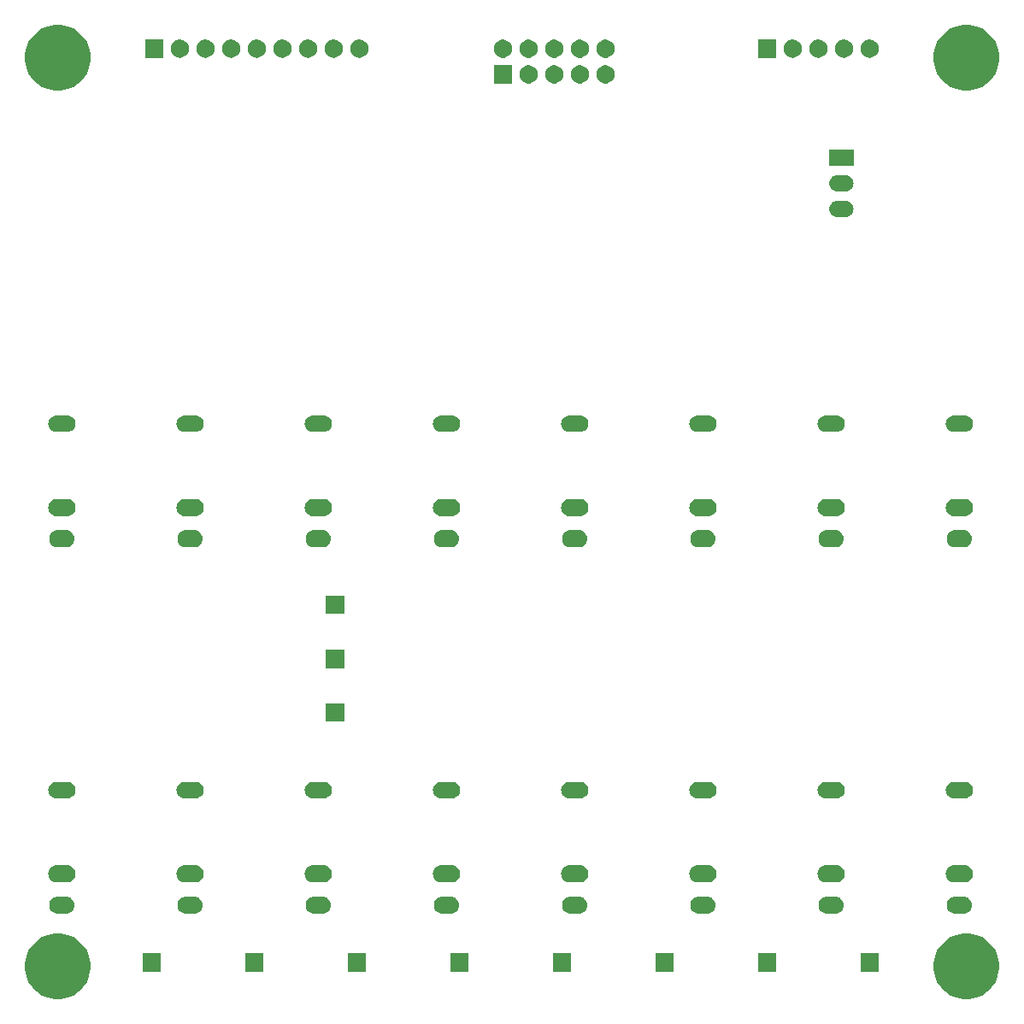
<source format=gbr>
G04 #@! TF.GenerationSoftware,KiCad,Pcbnew,(5.1.5)-3*
G04 #@! TF.CreationDate,2020-07-14T22:45:09+08:00*
G04 #@! TF.ProjectId,ProtoCV,50726f74-6f43-4562-9e6b-696361645f70,rev?*
G04 #@! TF.SameCoordinates,Original*
G04 #@! TF.FileFunction,Soldermask,Bot*
G04 #@! TF.FilePolarity,Negative*
%FSLAX46Y46*%
G04 Gerber Fmt 4.6, Leading zero omitted, Abs format (unit mm)*
G04 Created by KiCad (PCBNEW (5.1.5)-3) date 2020-07-14 22:45:09*
%MOMM*%
%LPD*%
G04 APERTURE LIST*
%ADD10C,0.100000*%
G04 APERTURE END LIST*
D10*
G36*
X195634239Y-141811467D02*
G01*
X195948282Y-141873934D01*
X196539926Y-142119001D01*
X197072392Y-142474784D01*
X197525216Y-142927608D01*
X197880999Y-143460074D01*
X198126066Y-144051718D01*
X198126066Y-144051719D01*
X198251000Y-144679803D01*
X198251000Y-145320197D01*
X198213047Y-145511000D01*
X198126066Y-145948282D01*
X197880999Y-146539926D01*
X197525216Y-147072392D01*
X197072392Y-147525216D01*
X196539926Y-147880999D01*
X195948282Y-148126066D01*
X195634239Y-148188533D01*
X195320197Y-148251000D01*
X194679803Y-148251000D01*
X194365761Y-148188533D01*
X194051718Y-148126066D01*
X193460074Y-147880999D01*
X192927608Y-147525216D01*
X192474784Y-147072392D01*
X192119001Y-146539926D01*
X191873934Y-145948282D01*
X191786953Y-145511000D01*
X191749000Y-145320197D01*
X191749000Y-144679803D01*
X191873934Y-144051719D01*
X191873934Y-144051718D01*
X192119001Y-143460074D01*
X192474784Y-142927608D01*
X192927608Y-142474784D01*
X193460074Y-142119001D01*
X194051718Y-141873934D01*
X194365761Y-141811467D01*
X194679803Y-141749000D01*
X195320197Y-141749000D01*
X195634239Y-141811467D01*
G37*
G36*
X105634239Y-141811467D02*
G01*
X105948282Y-141873934D01*
X106539926Y-142119001D01*
X107072392Y-142474784D01*
X107525216Y-142927608D01*
X107880999Y-143460074D01*
X108126066Y-144051718D01*
X108126066Y-144051719D01*
X108251000Y-144679803D01*
X108251000Y-145320197D01*
X108213047Y-145511000D01*
X108126066Y-145948282D01*
X107880999Y-146539926D01*
X107525216Y-147072392D01*
X107072392Y-147525216D01*
X106539926Y-147880999D01*
X105948282Y-148126066D01*
X105634239Y-148188533D01*
X105320197Y-148251000D01*
X104679803Y-148251000D01*
X104365761Y-148188533D01*
X104051718Y-148126066D01*
X103460074Y-147880999D01*
X102927608Y-147525216D01*
X102474784Y-147072392D01*
X102119001Y-146539926D01*
X101873934Y-145948282D01*
X101786953Y-145511000D01*
X101749000Y-145320197D01*
X101749000Y-144679803D01*
X101873934Y-144051719D01*
X101873934Y-144051718D01*
X102119001Y-143460074D01*
X102474784Y-142927608D01*
X102927608Y-142474784D01*
X103460074Y-142119001D01*
X104051718Y-141873934D01*
X104365761Y-141811467D01*
X104679803Y-141749000D01*
X105320197Y-141749000D01*
X105634239Y-141811467D01*
G37*
G36*
X186321000Y-145511000D02*
G01*
X184519000Y-145511000D01*
X184519000Y-143709000D01*
X186321000Y-143709000D01*
X186321000Y-145511000D01*
G37*
G36*
X115201000Y-145511000D02*
G01*
X113399000Y-145511000D01*
X113399000Y-143709000D01*
X115201000Y-143709000D01*
X115201000Y-145511000D01*
G37*
G36*
X125361000Y-145511000D02*
G01*
X123559000Y-145511000D01*
X123559000Y-143709000D01*
X125361000Y-143709000D01*
X125361000Y-145511000D01*
G37*
G36*
X135521000Y-145511000D02*
G01*
X133719000Y-145511000D01*
X133719000Y-143709000D01*
X135521000Y-143709000D01*
X135521000Y-145511000D01*
G37*
G36*
X145681000Y-145511000D02*
G01*
X143879000Y-145511000D01*
X143879000Y-143709000D01*
X145681000Y-143709000D01*
X145681000Y-145511000D01*
G37*
G36*
X155841000Y-145511000D02*
G01*
X154039000Y-145511000D01*
X154039000Y-143709000D01*
X155841000Y-143709000D01*
X155841000Y-145511000D01*
G37*
G36*
X166001000Y-145511000D02*
G01*
X164199000Y-145511000D01*
X164199000Y-143709000D01*
X166001000Y-143709000D01*
X166001000Y-145511000D01*
G37*
G36*
X176161000Y-145511000D02*
G01*
X174359000Y-145511000D01*
X174359000Y-143709000D01*
X176161000Y-143709000D01*
X176161000Y-145511000D01*
G37*
G36*
X105976823Y-138101313D02*
G01*
X106137242Y-138149976D01*
X106269906Y-138220886D01*
X106285078Y-138228996D01*
X106414659Y-138335341D01*
X106521004Y-138464922D01*
X106521005Y-138464924D01*
X106600024Y-138612758D01*
X106648687Y-138773177D01*
X106665117Y-138940000D01*
X106648687Y-139106823D01*
X106600024Y-139267242D01*
X106529114Y-139399906D01*
X106521004Y-139415078D01*
X106414659Y-139544659D01*
X106285078Y-139651004D01*
X106285076Y-139651005D01*
X106137242Y-139730024D01*
X105976823Y-139778687D01*
X105851804Y-139791000D01*
X104968196Y-139791000D01*
X104843177Y-139778687D01*
X104682758Y-139730024D01*
X104534924Y-139651005D01*
X104534922Y-139651004D01*
X104405341Y-139544659D01*
X104298996Y-139415078D01*
X104290886Y-139399906D01*
X104219976Y-139267242D01*
X104171313Y-139106823D01*
X104154883Y-138940000D01*
X104171313Y-138773177D01*
X104219976Y-138612758D01*
X104298995Y-138464924D01*
X104298996Y-138464922D01*
X104405341Y-138335341D01*
X104534922Y-138228996D01*
X104550094Y-138220886D01*
X104682758Y-138149976D01*
X104843177Y-138101313D01*
X104968196Y-138089000D01*
X105851804Y-138089000D01*
X105976823Y-138101313D01*
G37*
G36*
X194876823Y-138101313D02*
G01*
X195037242Y-138149976D01*
X195169906Y-138220886D01*
X195185078Y-138228996D01*
X195314659Y-138335341D01*
X195421004Y-138464922D01*
X195421005Y-138464924D01*
X195500024Y-138612758D01*
X195548687Y-138773177D01*
X195565117Y-138940000D01*
X195548687Y-139106823D01*
X195500024Y-139267242D01*
X195429114Y-139399906D01*
X195421004Y-139415078D01*
X195314659Y-139544659D01*
X195185078Y-139651004D01*
X195185076Y-139651005D01*
X195037242Y-139730024D01*
X194876823Y-139778687D01*
X194751804Y-139791000D01*
X193868196Y-139791000D01*
X193743177Y-139778687D01*
X193582758Y-139730024D01*
X193434924Y-139651005D01*
X193434922Y-139651004D01*
X193305341Y-139544659D01*
X193198996Y-139415078D01*
X193190886Y-139399906D01*
X193119976Y-139267242D01*
X193071313Y-139106823D01*
X193054883Y-138940000D01*
X193071313Y-138773177D01*
X193119976Y-138612758D01*
X193198995Y-138464924D01*
X193198996Y-138464922D01*
X193305341Y-138335341D01*
X193434922Y-138228996D01*
X193450094Y-138220886D01*
X193582758Y-138149976D01*
X193743177Y-138101313D01*
X193868196Y-138089000D01*
X194751804Y-138089000D01*
X194876823Y-138101313D01*
G37*
G36*
X169476823Y-138101313D02*
G01*
X169637242Y-138149976D01*
X169769906Y-138220886D01*
X169785078Y-138228996D01*
X169914659Y-138335341D01*
X170021004Y-138464922D01*
X170021005Y-138464924D01*
X170100024Y-138612758D01*
X170148687Y-138773177D01*
X170165117Y-138940000D01*
X170148687Y-139106823D01*
X170100024Y-139267242D01*
X170029114Y-139399906D01*
X170021004Y-139415078D01*
X169914659Y-139544659D01*
X169785078Y-139651004D01*
X169785076Y-139651005D01*
X169637242Y-139730024D01*
X169476823Y-139778687D01*
X169351804Y-139791000D01*
X168468196Y-139791000D01*
X168343177Y-139778687D01*
X168182758Y-139730024D01*
X168034924Y-139651005D01*
X168034922Y-139651004D01*
X167905341Y-139544659D01*
X167798996Y-139415078D01*
X167790886Y-139399906D01*
X167719976Y-139267242D01*
X167671313Y-139106823D01*
X167654883Y-138940000D01*
X167671313Y-138773177D01*
X167719976Y-138612758D01*
X167798995Y-138464924D01*
X167798996Y-138464922D01*
X167905341Y-138335341D01*
X168034922Y-138228996D01*
X168050094Y-138220886D01*
X168182758Y-138149976D01*
X168343177Y-138101313D01*
X168468196Y-138089000D01*
X169351804Y-138089000D01*
X169476823Y-138101313D01*
G37*
G36*
X156776823Y-138101313D02*
G01*
X156937242Y-138149976D01*
X157069906Y-138220886D01*
X157085078Y-138228996D01*
X157214659Y-138335341D01*
X157321004Y-138464922D01*
X157321005Y-138464924D01*
X157400024Y-138612758D01*
X157448687Y-138773177D01*
X157465117Y-138940000D01*
X157448687Y-139106823D01*
X157400024Y-139267242D01*
X157329114Y-139399906D01*
X157321004Y-139415078D01*
X157214659Y-139544659D01*
X157085078Y-139651004D01*
X157085076Y-139651005D01*
X156937242Y-139730024D01*
X156776823Y-139778687D01*
X156651804Y-139791000D01*
X155768196Y-139791000D01*
X155643177Y-139778687D01*
X155482758Y-139730024D01*
X155334924Y-139651005D01*
X155334922Y-139651004D01*
X155205341Y-139544659D01*
X155098996Y-139415078D01*
X155090886Y-139399906D01*
X155019976Y-139267242D01*
X154971313Y-139106823D01*
X154954883Y-138940000D01*
X154971313Y-138773177D01*
X155019976Y-138612758D01*
X155098995Y-138464924D01*
X155098996Y-138464922D01*
X155205341Y-138335341D01*
X155334922Y-138228996D01*
X155350094Y-138220886D01*
X155482758Y-138149976D01*
X155643177Y-138101313D01*
X155768196Y-138089000D01*
X156651804Y-138089000D01*
X156776823Y-138101313D01*
G37*
G36*
X144076823Y-138101313D02*
G01*
X144237242Y-138149976D01*
X144369906Y-138220886D01*
X144385078Y-138228996D01*
X144514659Y-138335341D01*
X144621004Y-138464922D01*
X144621005Y-138464924D01*
X144700024Y-138612758D01*
X144748687Y-138773177D01*
X144765117Y-138940000D01*
X144748687Y-139106823D01*
X144700024Y-139267242D01*
X144629114Y-139399906D01*
X144621004Y-139415078D01*
X144514659Y-139544659D01*
X144385078Y-139651004D01*
X144385076Y-139651005D01*
X144237242Y-139730024D01*
X144076823Y-139778687D01*
X143951804Y-139791000D01*
X143068196Y-139791000D01*
X142943177Y-139778687D01*
X142782758Y-139730024D01*
X142634924Y-139651005D01*
X142634922Y-139651004D01*
X142505341Y-139544659D01*
X142398996Y-139415078D01*
X142390886Y-139399906D01*
X142319976Y-139267242D01*
X142271313Y-139106823D01*
X142254883Y-138940000D01*
X142271313Y-138773177D01*
X142319976Y-138612758D01*
X142398995Y-138464924D01*
X142398996Y-138464922D01*
X142505341Y-138335341D01*
X142634922Y-138228996D01*
X142650094Y-138220886D01*
X142782758Y-138149976D01*
X142943177Y-138101313D01*
X143068196Y-138089000D01*
X143951804Y-138089000D01*
X144076823Y-138101313D01*
G37*
G36*
X131376823Y-138101313D02*
G01*
X131537242Y-138149976D01*
X131669906Y-138220886D01*
X131685078Y-138228996D01*
X131814659Y-138335341D01*
X131921004Y-138464922D01*
X131921005Y-138464924D01*
X132000024Y-138612758D01*
X132048687Y-138773177D01*
X132065117Y-138940000D01*
X132048687Y-139106823D01*
X132000024Y-139267242D01*
X131929114Y-139399906D01*
X131921004Y-139415078D01*
X131814659Y-139544659D01*
X131685078Y-139651004D01*
X131685076Y-139651005D01*
X131537242Y-139730024D01*
X131376823Y-139778687D01*
X131251804Y-139791000D01*
X130368196Y-139791000D01*
X130243177Y-139778687D01*
X130082758Y-139730024D01*
X129934924Y-139651005D01*
X129934922Y-139651004D01*
X129805341Y-139544659D01*
X129698996Y-139415078D01*
X129690886Y-139399906D01*
X129619976Y-139267242D01*
X129571313Y-139106823D01*
X129554883Y-138940000D01*
X129571313Y-138773177D01*
X129619976Y-138612758D01*
X129698995Y-138464924D01*
X129698996Y-138464922D01*
X129805341Y-138335341D01*
X129934922Y-138228996D01*
X129950094Y-138220886D01*
X130082758Y-138149976D01*
X130243177Y-138101313D01*
X130368196Y-138089000D01*
X131251804Y-138089000D01*
X131376823Y-138101313D01*
G37*
G36*
X118676823Y-138101313D02*
G01*
X118837242Y-138149976D01*
X118969906Y-138220886D01*
X118985078Y-138228996D01*
X119114659Y-138335341D01*
X119221004Y-138464922D01*
X119221005Y-138464924D01*
X119300024Y-138612758D01*
X119348687Y-138773177D01*
X119365117Y-138940000D01*
X119348687Y-139106823D01*
X119300024Y-139267242D01*
X119229114Y-139399906D01*
X119221004Y-139415078D01*
X119114659Y-139544659D01*
X118985078Y-139651004D01*
X118985076Y-139651005D01*
X118837242Y-139730024D01*
X118676823Y-139778687D01*
X118551804Y-139791000D01*
X117668196Y-139791000D01*
X117543177Y-139778687D01*
X117382758Y-139730024D01*
X117234924Y-139651005D01*
X117234922Y-139651004D01*
X117105341Y-139544659D01*
X116998996Y-139415078D01*
X116990886Y-139399906D01*
X116919976Y-139267242D01*
X116871313Y-139106823D01*
X116854883Y-138940000D01*
X116871313Y-138773177D01*
X116919976Y-138612758D01*
X116998995Y-138464924D01*
X116998996Y-138464922D01*
X117105341Y-138335341D01*
X117234922Y-138228996D01*
X117250094Y-138220886D01*
X117382758Y-138149976D01*
X117543177Y-138101313D01*
X117668196Y-138089000D01*
X118551804Y-138089000D01*
X118676823Y-138101313D01*
G37*
G36*
X182176823Y-138101313D02*
G01*
X182337242Y-138149976D01*
X182469906Y-138220886D01*
X182485078Y-138228996D01*
X182614659Y-138335341D01*
X182721004Y-138464922D01*
X182721005Y-138464924D01*
X182800024Y-138612758D01*
X182848687Y-138773177D01*
X182865117Y-138940000D01*
X182848687Y-139106823D01*
X182800024Y-139267242D01*
X182729114Y-139399906D01*
X182721004Y-139415078D01*
X182614659Y-139544659D01*
X182485078Y-139651004D01*
X182485076Y-139651005D01*
X182337242Y-139730024D01*
X182176823Y-139778687D01*
X182051804Y-139791000D01*
X181168196Y-139791000D01*
X181043177Y-139778687D01*
X180882758Y-139730024D01*
X180734924Y-139651005D01*
X180734922Y-139651004D01*
X180605341Y-139544659D01*
X180498996Y-139415078D01*
X180490886Y-139399906D01*
X180419976Y-139267242D01*
X180371313Y-139106823D01*
X180354883Y-138940000D01*
X180371313Y-138773177D01*
X180419976Y-138612758D01*
X180498995Y-138464924D01*
X180498996Y-138464922D01*
X180605341Y-138335341D01*
X180734922Y-138228996D01*
X180750094Y-138220886D01*
X180882758Y-138149976D01*
X181043177Y-138101313D01*
X181168196Y-138089000D01*
X182051804Y-138089000D01*
X182176823Y-138101313D01*
G37*
G36*
X182276823Y-135001313D02*
G01*
X182437242Y-135049976D01*
X182569906Y-135120886D01*
X182585078Y-135128996D01*
X182714659Y-135235341D01*
X182821004Y-135364922D01*
X182821005Y-135364924D01*
X182900024Y-135512758D01*
X182948687Y-135673177D01*
X182965117Y-135840000D01*
X182948687Y-136006823D01*
X182900024Y-136167242D01*
X182829114Y-136299906D01*
X182821004Y-136315078D01*
X182714659Y-136444659D01*
X182585078Y-136551004D01*
X182585076Y-136551005D01*
X182437242Y-136630024D01*
X182276823Y-136678687D01*
X182151804Y-136691000D01*
X181068196Y-136691000D01*
X180943177Y-136678687D01*
X180782758Y-136630024D01*
X180634924Y-136551005D01*
X180634922Y-136551004D01*
X180505341Y-136444659D01*
X180398996Y-136315078D01*
X180390886Y-136299906D01*
X180319976Y-136167242D01*
X180271313Y-136006823D01*
X180254883Y-135840000D01*
X180271313Y-135673177D01*
X180319976Y-135512758D01*
X180398995Y-135364924D01*
X180398996Y-135364922D01*
X180505341Y-135235341D01*
X180634922Y-135128996D01*
X180650094Y-135120886D01*
X180782758Y-135049976D01*
X180943177Y-135001313D01*
X181068196Y-134989000D01*
X182151804Y-134989000D01*
X182276823Y-135001313D01*
G37*
G36*
X194976823Y-135001313D02*
G01*
X195137242Y-135049976D01*
X195269906Y-135120886D01*
X195285078Y-135128996D01*
X195414659Y-135235341D01*
X195521004Y-135364922D01*
X195521005Y-135364924D01*
X195600024Y-135512758D01*
X195648687Y-135673177D01*
X195665117Y-135840000D01*
X195648687Y-136006823D01*
X195600024Y-136167242D01*
X195529114Y-136299906D01*
X195521004Y-136315078D01*
X195414659Y-136444659D01*
X195285078Y-136551004D01*
X195285076Y-136551005D01*
X195137242Y-136630024D01*
X194976823Y-136678687D01*
X194851804Y-136691000D01*
X193768196Y-136691000D01*
X193643177Y-136678687D01*
X193482758Y-136630024D01*
X193334924Y-136551005D01*
X193334922Y-136551004D01*
X193205341Y-136444659D01*
X193098996Y-136315078D01*
X193090886Y-136299906D01*
X193019976Y-136167242D01*
X192971313Y-136006823D01*
X192954883Y-135840000D01*
X192971313Y-135673177D01*
X193019976Y-135512758D01*
X193098995Y-135364924D01*
X193098996Y-135364922D01*
X193205341Y-135235341D01*
X193334922Y-135128996D01*
X193350094Y-135120886D01*
X193482758Y-135049976D01*
X193643177Y-135001313D01*
X193768196Y-134989000D01*
X194851804Y-134989000D01*
X194976823Y-135001313D01*
G37*
G36*
X156876823Y-135001313D02*
G01*
X157037242Y-135049976D01*
X157169906Y-135120886D01*
X157185078Y-135128996D01*
X157314659Y-135235341D01*
X157421004Y-135364922D01*
X157421005Y-135364924D01*
X157500024Y-135512758D01*
X157548687Y-135673177D01*
X157565117Y-135840000D01*
X157548687Y-136006823D01*
X157500024Y-136167242D01*
X157429114Y-136299906D01*
X157421004Y-136315078D01*
X157314659Y-136444659D01*
X157185078Y-136551004D01*
X157185076Y-136551005D01*
X157037242Y-136630024D01*
X156876823Y-136678687D01*
X156751804Y-136691000D01*
X155668196Y-136691000D01*
X155543177Y-136678687D01*
X155382758Y-136630024D01*
X155234924Y-136551005D01*
X155234922Y-136551004D01*
X155105341Y-136444659D01*
X154998996Y-136315078D01*
X154990886Y-136299906D01*
X154919976Y-136167242D01*
X154871313Y-136006823D01*
X154854883Y-135840000D01*
X154871313Y-135673177D01*
X154919976Y-135512758D01*
X154998995Y-135364924D01*
X154998996Y-135364922D01*
X155105341Y-135235341D01*
X155234922Y-135128996D01*
X155250094Y-135120886D01*
X155382758Y-135049976D01*
X155543177Y-135001313D01*
X155668196Y-134989000D01*
X156751804Y-134989000D01*
X156876823Y-135001313D01*
G37*
G36*
X131476823Y-135001313D02*
G01*
X131637242Y-135049976D01*
X131769906Y-135120886D01*
X131785078Y-135128996D01*
X131914659Y-135235341D01*
X132021004Y-135364922D01*
X132021005Y-135364924D01*
X132100024Y-135512758D01*
X132148687Y-135673177D01*
X132165117Y-135840000D01*
X132148687Y-136006823D01*
X132100024Y-136167242D01*
X132029114Y-136299906D01*
X132021004Y-136315078D01*
X131914659Y-136444659D01*
X131785078Y-136551004D01*
X131785076Y-136551005D01*
X131637242Y-136630024D01*
X131476823Y-136678687D01*
X131351804Y-136691000D01*
X130268196Y-136691000D01*
X130143177Y-136678687D01*
X129982758Y-136630024D01*
X129834924Y-136551005D01*
X129834922Y-136551004D01*
X129705341Y-136444659D01*
X129598996Y-136315078D01*
X129590886Y-136299906D01*
X129519976Y-136167242D01*
X129471313Y-136006823D01*
X129454883Y-135840000D01*
X129471313Y-135673177D01*
X129519976Y-135512758D01*
X129598995Y-135364924D01*
X129598996Y-135364922D01*
X129705341Y-135235341D01*
X129834922Y-135128996D01*
X129850094Y-135120886D01*
X129982758Y-135049976D01*
X130143177Y-135001313D01*
X130268196Y-134989000D01*
X131351804Y-134989000D01*
X131476823Y-135001313D01*
G37*
G36*
X106076823Y-135001313D02*
G01*
X106237242Y-135049976D01*
X106369906Y-135120886D01*
X106385078Y-135128996D01*
X106514659Y-135235341D01*
X106621004Y-135364922D01*
X106621005Y-135364924D01*
X106700024Y-135512758D01*
X106748687Y-135673177D01*
X106765117Y-135840000D01*
X106748687Y-136006823D01*
X106700024Y-136167242D01*
X106629114Y-136299906D01*
X106621004Y-136315078D01*
X106514659Y-136444659D01*
X106385078Y-136551004D01*
X106385076Y-136551005D01*
X106237242Y-136630024D01*
X106076823Y-136678687D01*
X105951804Y-136691000D01*
X104868196Y-136691000D01*
X104743177Y-136678687D01*
X104582758Y-136630024D01*
X104434924Y-136551005D01*
X104434922Y-136551004D01*
X104305341Y-136444659D01*
X104198996Y-136315078D01*
X104190886Y-136299906D01*
X104119976Y-136167242D01*
X104071313Y-136006823D01*
X104054883Y-135840000D01*
X104071313Y-135673177D01*
X104119976Y-135512758D01*
X104198995Y-135364924D01*
X104198996Y-135364922D01*
X104305341Y-135235341D01*
X104434922Y-135128996D01*
X104450094Y-135120886D01*
X104582758Y-135049976D01*
X104743177Y-135001313D01*
X104868196Y-134989000D01*
X105951804Y-134989000D01*
X106076823Y-135001313D01*
G37*
G36*
X144176823Y-135001313D02*
G01*
X144337242Y-135049976D01*
X144469906Y-135120886D01*
X144485078Y-135128996D01*
X144614659Y-135235341D01*
X144721004Y-135364922D01*
X144721005Y-135364924D01*
X144800024Y-135512758D01*
X144848687Y-135673177D01*
X144865117Y-135840000D01*
X144848687Y-136006823D01*
X144800024Y-136167242D01*
X144729114Y-136299906D01*
X144721004Y-136315078D01*
X144614659Y-136444659D01*
X144485078Y-136551004D01*
X144485076Y-136551005D01*
X144337242Y-136630024D01*
X144176823Y-136678687D01*
X144051804Y-136691000D01*
X142968196Y-136691000D01*
X142843177Y-136678687D01*
X142682758Y-136630024D01*
X142534924Y-136551005D01*
X142534922Y-136551004D01*
X142405341Y-136444659D01*
X142298996Y-136315078D01*
X142290886Y-136299906D01*
X142219976Y-136167242D01*
X142171313Y-136006823D01*
X142154883Y-135840000D01*
X142171313Y-135673177D01*
X142219976Y-135512758D01*
X142298995Y-135364924D01*
X142298996Y-135364922D01*
X142405341Y-135235341D01*
X142534922Y-135128996D01*
X142550094Y-135120886D01*
X142682758Y-135049976D01*
X142843177Y-135001313D01*
X142968196Y-134989000D01*
X144051804Y-134989000D01*
X144176823Y-135001313D01*
G37*
G36*
X118776823Y-135001313D02*
G01*
X118937242Y-135049976D01*
X119069906Y-135120886D01*
X119085078Y-135128996D01*
X119214659Y-135235341D01*
X119321004Y-135364922D01*
X119321005Y-135364924D01*
X119400024Y-135512758D01*
X119448687Y-135673177D01*
X119465117Y-135840000D01*
X119448687Y-136006823D01*
X119400024Y-136167242D01*
X119329114Y-136299906D01*
X119321004Y-136315078D01*
X119214659Y-136444659D01*
X119085078Y-136551004D01*
X119085076Y-136551005D01*
X118937242Y-136630024D01*
X118776823Y-136678687D01*
X118651804Y-136691000D01*
X117568196Y-136691000D01*
X117443177Y-136678687D01*
X117282758Y-136630024D01*
X117134924Y-136551005D01*
X117134922Y-136551004D01*
X117005341Y-136444659D01*
X116898996Y-136315078D01*
X116890886Y-136299906D01*
X116819976Y-136167242D01*
X116771313Y-136006823D01*
X116754883Y-135840000D01*
X116771313Y-135673177D01*
X116819976Y-135512758D01*
X116898995Y-135364924D01*
X116898996Y-135364922D01*
X117005341Y-135235341D01*
X117134922Y-135128996D01*
X117150094Y-135120886D01*
X117282758Y-135049976D01*
X117443177Y-135001313D01*
X117568196Y-134989000D01*
X118651804Y-134989000D01*
X118776823Y-135001313D01*
G37*
G36*
X169576823Y-135001313D02*
G01*
X169737242Y-135049976D01*
X169869906Y-135120886D01*
X169885078Y-135128996D01*
X170014659Y-135235341D01*
X170121004Y-135364922D01*
X170121005Y-135364924D01*
X170200024Y-135512758D01*
X170248687Y-135673177D01*
X170265117Y-135840000D01*
X170248687Y-136006823D01*
X170200024Y-136167242D01*
X170129114Y-136299906D01*
X170121004Y-136315078D01*
X170014659Y-136444659D01*
X169885078Y-136551004D01*
X169885076Y-136551005D01*
X169737242Y-136630024D01*
X169576823Y-136678687D01*
X169451804Y-136691000D01*
X168368196Y-136691000D01*
X168243177Y-136678687D01*
X168082758Y-136630024D01*
X167934924Y-136551005D01*
X167934922Y-136551004D01*
X167805341Y-136444659D01*
X167698996Y-136315078D01*
X167690886Y-136299906D01*
X167619976Y-136167242D01*
X167571313Y-136006823D01*
X167554883Y-135840000D01*
X167571313Y-135673177D01*
X167619976Y-135512758D01*
X167698995Y-135364924D01*
X167698996Y-135364922D01*
X167805341Y-135235341D01*
X167934922Y-135128996D01*
X167950094Y-135120886D01*
X168082758Y-135049976D01*
X168243177Y-135001313D01*
X168368196Y-134989000D01*
X169451804Y-134989000D01*
X169576823Y-135001313D01*
G37*
G36*
X169538571Y-126742863D02*
G01*
X169617023Y-126750590D01*
X169717682Y-126781125D01*
X169768013Y-126796392D01*
X169907165Y-126870771D01*
X170029133Y-126970867D01*
X170129229Y-127092835D01*
X170203608Y-127231987D01*
X170203608Y-127231988D01*
X170249410Y-127382977D01*
X170264875Y-127540000D01*
X170249410Y-127697023D01*
X170218875Y-127797682D01*
X170203608Y-127848013D01*
X170129229Y-127987165D01*
X170029133Y-128109133D01*
X169907165Y-128209229D01*
X169768013Y-128283608D01*
X169717682Y-128298875D01*
X169617023Y-128329410D01*
X169538571Y-128337137D01*
X169499346Y-128341000D01*
X168320654Y-128341000D01*
X168281429Y-128337137D01*
X168202977Y-128329410D01*
X168102318Y-128298875D01*
X168051987Y-128283608D01*
X167912835Y-128209229D01*
X167790867Y-128109133D01*
X167690771Y-127987165D01*
X167616392Y-127848013D01*
X167601125Y-127797682D01*
X167570590Y-127697023D01*
X167555125Y-127540000D01*
X167570590Y-127382977D01*
X167616392Y-127231988D01*
X167616392Y-127231987D01*
X167690771Y-127092835D01*
X167790867Y-126970867D01*
X167912835Y-126870771D01*
X168051987Y-126796392D01*
X168102318Y-126781125D01*
X168202977Y-126750590D01*
X168281429Y-126742863D01*
X168320654Y-126739000D01*
X169499346Y-126739000D01*
X169538571Y-126742863D01*
G37*
G36*
X156838571Y-126742863D02*
G01*
X156917023Y-126750590D01*
X157017682Y-126781125D01*
X157068013Y-126796392D01*
X157207165Y-126870771D01*
X157329133Y-126970867D01*
X157429229Y-127092835D01*
X157503608Y-127231987D01*
X157503608Y-127231988D01*
X157549410Y-127382977D01*
X157564875Y-127540000D01*
X157549410Y-127697023D01*
X157518875Y-127797682D01*
X157503608Y-127848013D01*
X157429229Y-127987165D01*
X157329133Y-128109133D01*
X157207165Y-128209229D01*
X157068013Y-128283608D01*
X157017682Y-128298875D01*
X156917023Y-128329410D01*
X156838571Y-128337137D01*
X156799346Y-128341000D01*
X155620654Y-128341000D01*
X155581429Y-128337137D01*
X155502977Y-128329410D01*
X155402318Y-128298875D01*
X155351987Y-128283608D01*
X155212835Y-128209229D01*
X155090867Y-128109133D01*
X154990771Y-127987165D01*
X154916392Y-127848013D01*
X154901125Y-127797682D01*
X154870590Y-127697023D01*
X154855125Y-127540000D01*
X154870590Y-127382977D01*
X154916392Y-127231988D01*
X154916392Y-127231987D01*
X154990771Y-127092835D01*
X155090867Y-126970867D01*
X155212835Y-126870771D01*
X155351987Y-126796392D01*
X155402318Y-126781125D01*
X155502977Y-126750590D01*
X155581429Y-126742863D01*
X155620654Y-126739000D01*
X156799346Y-126739000D01*
X156838571Y-126742863D01*
G37*
G36*
X182238571Y-126742863D02*
G01*
X182317023Y-126750590D01*
X182417682Y-126781125D01*
X182468013Y-126796392D01*
X182607165Y-126870771D01*
X182729133Y-126970867D01*
X182829229Y-127092835D01*
X182903608Y-127231987D01*
X182903608Y-127231988D01*
X182949410Y-127382977D01*
X182964875Y-127540000D01*
X182949410Y-127697023D01*
X182918875Y-127797682D01*
X182903608Y-127848013D01*
X182829229Y-127987165D01*
X182729133Y-128109133D01*
X182607165Y-128209229D01*
X182468013Y-128283608D01*
X182417682Y-128298875D01*
X182317023Y-128329410D01*
X182238571Y-128337137D01*
X182199346Y-128341000D01*
X181020654Y-128341000D01*
X180981429Y-128337137D01*
X180902977Y-128329410D01*
X180802318Y-128298875D01*
X180751987Y-128283608D01*
X180612835Y-128209229D01*
X180490867Y-128109133D01*
X180390771Y-127987165D01*
X180316392Y-127848013D01*
X180301125Y-127797682D01*
X180270590Y-127697023D01*
X180255125Y-127540000D01*
X180270590Y-127382977D01*
X180316392Y-127231988D01*
X180316392Y-127231987D01*
X180390771Y-127092835D01*
X180490867Y-126970867D01*
X180612835Y-126870771D01*
X180751987Y-126796392D01*
X180802318Y-126781125D01*
X180902977Y-126750590D01*
X180981429Y-126742863D01*
X181020654Y-126739000D01*
X182199346Y-126739000D01*
X182238571Y-126742863D01*
G37*
G36*
X194938571Y-126742863D02*
G01*
X195017023Y-126750590D01*
X195117682Y-126781125D01*
X195168013Y-126796392D01*
X195307165Y-126870771D01*
X195429133Y-126970867D01*
X195529229Y-127092835D01*
X195603608Y-127231987D01*
X195603608Y-127231988D01*
X195649410Y-127382977D01*
X195664875Y-127540000D01*
X195649410Y-127697023D01*
X195618875Y-127797682D01*
X195603608Y-127848013D01*
X195529229Y-127987165D01*
X195429133Y-128109133D01*
X195307165Y-128209229D01*
X195168013Y-128283608D01*
X195117682Y-128298875D01*
X195017023Y-128329410D01*
X194938571Y-128337137D01*
X194899346Y-128341000D01*
X193720654Y-128341000D01*
X193681429Y-128337137D01*
X193602977Y-128329410D01*
X193502318Y-128298875D01*
X193451987Y-128283608D01*
X193312835Y-128209229D01*
X193190867Y-128109133D01*
X193090771Y-127987165D01*
X193016392Y-127848013D01*
X193001125Y-127797682D01*
X192970590Y-127697023D01*
X192955125Y-127540000D01*
X192970590Y-127382977D01*
X193016392Y-127231988D01*
X193016392Y-127231987D01*
X193090771Y-127092835D01*
X193190867Y-126970867D01*
X193312835Y-126870771D01*
X193451987Y-126796392D01*
X193502318Y-126781125D01*
X193602977Y-126750590D01*
X193681429Y-126742863D01*
X193720654Y-126739000D01*
X194899346Y-126739000D01*
X194938571Y-126742863D01*
G37*
G36*
X144138571Y-126742863D02*
G01*
X144217023Y-126750590D01*
X144317682Y-126781125D01*
X144368013Y-126796392D01*
X144507165Y-126870771D01*
X144629133Y-126970867D01*
X144729229Y-127092835D01*
X144803608Y-127231987D01*
X144803608Y-127231988D01*
X144849410Y-127382977D01*
X144864875Y-127540000D01*
X144849410Y-127697023D01*
X144818875Y-127797682D01*
X144803608Y-127848013D01*
X144729229Y-127987165D01*
X144629133Y-128109133D01*
X144507165Y-128209229D01*
X144368013Y-128283608D01*
X144317682Y-128298875D01*
X144217023Y-128329410D01*
X144138571Y-128337137D01*
X144099346Y-128341000D01*
X142920654Y-128341000D01*
X142881429Y-128337137D01*
X142802977Y-128329410D01*
X142702318Y-128298875D01*
X142651987Y-128283608D01*
X142512835Y-128209229D01*
X142390867Y-128109133D01*
X142290771Y-127987165D01*
X142216392Y-127848013D01*
X142201125Y-127797682D01*
X142170590Y-127697023D01*
X142155125Y-127540000D01*
X142170590Y-127382977D01*
X142216392Y-127231988D01*
X142216392Y-127231987D01*
X142290771Y-127092835D01*
X142390867Y-126970867D01*
X142512835Y-126870771D01*
X142651987Y-126796392D01*
X142702318Y-126781125D01*
X142802977Y-126750590D01*
X142881429Y-126742863D01*
X142920654Y-126739000D01*
X144099346Y-126739000D01*
X144138571Y-126742863D01*
G37*
G36*
X131438571Y-126742863D02*
G01*
X131517023Y-126750590D01*
X131617682Y-126781125D01*
X131668013Y-126796392D01*
X131807165Y-126870771D01*
X131929133Y-126970867D01*
X132029229Y-127092835D01*
X132103608Y-127231987D01*
X132103608Y-127231988D01*
X132149410Y-127382977D01*
X132164875Y-127540000D01*
X132149410Y-127697023D01*
X132118875Y-127797682D01*
X132103608Y-127848013D01*
X132029229Y-127987165D01*
X131929133Y-128109133D01*
X131807165Y-128209229D01*
X131668013Y-128283608D01*
X131617682Y-128298875D01*
X131517023Y-128329410D01*
X131438571Y-128337137D01*
X131399346Y-128341000D01*
X130220654Y-128341000D01*
X130181429Y-128337137D01*
X130102977Y-128329410D01*
X130002318Y-128298875D01*
X129951987Y-128283608D01*
X129812835Y-128209229D01*
X129690867Y-128109133D01*
X129590771Y-127987165D01*
X129516392Y-127848013D01*
X129501125Y-127797682D01*
X129470590Y-127697023D01*
X129455125Y-127540000D01*
X129470590Y-127382977D01*
X129516392Y-127231988D01*
X129516392Y-127231987D01*
X129590771Y-127092835D01*
X129690867Y-126970867D01*
X129812835Y-126870771D01*
X129951987Y-126796392D01*
X130002318Y-126781125D01*
X130102977Y-126750590D01*
X130181429Y-126742863D01*
X130220654Y-126739000D01*
X131399346Y-126739000D01*
X131438571Y-126742863D01*
G37*
G36*
X118738571Y-126742863D02*
G01*
X118817023Y-126750590D01*
X118917682Y-126781125D01*
X118968013Y-126796392D01*
X119107165Y-126870771D01*
X119229133Y-126970867D01*
X119329229Y-127092835D01*
X119403608Y-127231987D01*
X119403608Y-127231988D01*
X119449410Y-127382977D01*
X119464875Y-127540000D01*
X119449410Y-127697023D01*
X119418875Y-127797682D01*
X119403608Y-127848013D01*
X119329229Y-127987165D01*
X119229133Y-128109133D01*
X119107165Y-128209229D01*
X118968013Y-128283608D01*
X118917682Y-128298875D01*
X118817023Y-128329410D01*
X118738571Y-128337137D01*
X118699346Y-128341000D01*
X117520654Y-128341000D01*
X117481429Y-128337137D01*
X117402977Y-128329410D01*
X117302318Y-128298875D01*
X117251987Y-128283608D01*
X117112835Y-128209229D01*
X116990867Y-128109133D01*
X116890771Y-127987165D01*
X116816392Y-127848013D01*
X116801125Y-127797682D01*
X116770590Y-127697023D01*
X116755125Y-127540000D01*
X116770590Y-127382977D01*
X116816392Y-127231988D01*
X116816392Y-127231987D01*
X116890771Y-127092835D01*
X116990867Y-126970867D01*
X117112835Y-126870771D01*
X117251987Y-126796392D01*
X117302318Y-126781125D01*
X117402977Y-126750590D01*
X117481429Y-126742863D01*
X117520654Y-126739000D01*
X118699346Y-126739000D01*
X118738571Y-126742863D01*
G37*
G36*
X106038571Y-126742863D02*
G01*
X106117023Y-126750590D01*
X106217682Y-126781125D01*
X106268013Y-126796392D01*
X106407165Y-126870771D01*
X106529133Y-126970867D01*
X106629229Y-127092835D01*
X106703608Y-127231987D01*
X106703608Y-127231988D01*
X106749410Y-127382977D01*
X106764875Y-127540000D01*
X106749410Y-127697023D01*
X106718875Y-127797682D01*
X106703608Y-127848013D01*
X106629229Y-127987165D01*
X106529133Y-128109133D01*
X106407165Y-128209229D01*
X106268013Y-128283608D01*
X106217682Y-128298875D01*
X106117023Y-128329410D01*
X106038571Y-128337137D01*
X105999346Y-128341000D01*
X104820654Y-128341000D01*
X104781429Y-128337137D01*
X104702977Y-128329410D01*
X104602318Y-128298875D01*
X104551987Y-128283608D01*
X104412835Y-128209229D01*
X104290867Y-128109133D01*
X104190771Y-127987165D01*
X104116392Y-127848013D01*
X104101125Y-127797682D01*
X104070590Y-127697023D01*
X104055125Y-127540000D01*
X104070590Y-127382977D01*
X104116392Y-127231988D01*
X104116392Y-127231987D01*
X104190771Y-127092835D01*
X104290867Y-126970867D01*
X104412835Y-126870771D01*
X104551987Y-126796392D01*
X104602318Y-126781125D01*
X104702977Y-126750590D01*
X104781429Y-126742863D01*
X104820654Y-126739000D01*
X105999346Y-126739000D01*
X106038571Y-126742863D01*
G37*
G36*
X133362000Y-120784000D02*
G01*
X131560000Y-120784000D01*
X131560000Y-118982000D01*
X133362000Y-118982000D01*
X133362000Y-120784000D01*
G37*
G36*
X133362000Y-115455000D02*
G01*
X131560000Y-115455000D01*
X131560000Y-113653000D01*
X133362000Y-113653000D01*
X133362000Y-115455000D01*
G37*
G36*
X133362000Y-110116000D02*
G01*
X131560000Y-110116000D01*
X131560000Y-108314000D01*
X133362000Y-108314000D01*
X133362000Y-110116000D01*
G37*
G36*
X169476823Y-101813313D02*
G01*
X169637242Y-101861976D01*
X169769906Y-101932886D01*
X169785078Y-101940996D01*
X169914659Y-102047341D01*
X170021004Y-102176922D01*
X170021005Y-102176924D01*
X170100024Y-102324758D01*
X170148687Y-102485177D01*
X170165117Y-102652000D01*
X170148687Y-102818823D01*
X170100024Y-102979242D01*
X170029114Y-103111906D01*
X170021004Y-103127078D01*
X169914659Y-103256659D01*
X169785078Y-103363004D01*
X169785076Y-103363005D01*
X169637242Y-103442024D01*
X169476823Y-103490687D01*
X169351804Y-103503000D01*
X168468196Y-103503000D01*
X168343177Y-103490687D01*
X168182758Y-103442024D01*
X168034924Y-103363005D01*
X168034922Y-103363004D01*
X167905341Y-103256659D01*
X167798996Y-103127078D01*
X167790886Y-103111906D01*
X167719976Y-102979242D01*
X167671313Y-102818823D01*
X167654883Y-102652000D01*
X167671313Y-102485177D01*
X167719976Y-102324758D01*
X167798995Y-102176924D01*
X167798996Y-102176922D01*
X167905341Y-102047341D01*
X168034922Y-101940996D01*
X168050094Y-101932886D01*
X168182758Y-101861976D01*
X168343177Y-101813313D01*
X168468196Y-101801000D01*
X169351804Y-101801000D01*
X169476823Y-101813313D01*
G37*
G36*
X118676823Y-101813313D02*
G01*
X118837242Y-101861976D01*
X118969906Y-101932886D01*
X118985078Y-101940996D01*
X119114659Y-102047341D01*
X119221004Y-102176922D01*
X119221005Y-102176924D01*
X119300024Y-102324758D01*
X119348687Y-102485177D01*
X119365117Y-102652000D01*
X119348687Y-102818823D01*
X119300024Y-102979242D01*
X119229114Y-103111906D01*
X119221004Y-103127078D01*
X119114659Y-103256659D01*
X118985078Y-103363004D01*
X118985076Y-103363005D01*
X118837242Y-103442024D01*
X118676823Y-103490687D01*
X118551804Y-103503000D01*
X117668196Y-103503000D01*
X117543177Y-103490687D01*
X117382758Y-103442024D01*
X117234924Y-103363005D01*
X117234922Y-103363004D01*
X117105341Y-103256659D01*
X116998996Y-103127078D01*
X116990886Y-103111906D01*
X116919976Y-102979242D01*
X116871313Y-102818823D01*
X116854883Y-102652000D01*
X116871313Y-102485177D01*
X116919976Y-102324758D01*
X116998995Y-102176924D01*
X116998996Y-102176922D01*
X117105341Y-102047341D01*
X117234922Y-101940996D01*
X117250094Y-101932886D01*
X117382758Y-101861976D01*
X117543177Y-101813313D01*
X117668196Y-101801000D01*
X118551804Y-101801000D01*
X118676823Y-101813313D01*
G37*
G36*
X131376823Y-101813313D02*
G01*
X131537242Y-101861976D01*
X131669906Y-101932886D01*
X131685078Y-101940996D01*
X131814659Y-102047341D01*
X131921004Y-102176922D01*
X131921005Y-102176924D01*
X132000024Y-102324758D01*
X132048687Y-102485177D01*
X132065117Y-102652000D01*
X132048687Y-102818823D01*
X132000024Y-102979242D01*
X131929114Y-103111906D01*
X131921004Y-103127078D01*
X131814659Y-103256659D01*
X131685078Y-103363004D01*
X131685076Y-103363005D01*
X131537242Y-103442024D01*
X131376823Y-103490687D01*
X131251804Y-103503000D01*
X130368196Y-103503000D01*
X130243177Y-103490687D01*
X130082758Y-103442024D01*
X129934924Y-103363005D01*
X129934922Y-103363004D01*
X129805341Y-103256659D01*
X129698996Y-103127078D01*
X129690886Y-103111906D01*
X129619976Y-102979242D01*
X129571313Y-102818823D01*
X129554883Y-102652000D01*
X129571313Y-102485177D01*
X129619976Y-102324758D01*
X129698995Y-102176924D01*
X129698996Y-102176922D01*
X129805341Y-102047341D01*
X129934922Y-101940996D01*
X129950094Y-101932886D01*
X130082758Y-101861976D01*
X130243177Y-101813313D01*
X130368196Y-101801000D01*
X131251804Y-101801000D01*
X131376823Y-101813313D01*
G37*
G36*
X194876823Y-101813313D02*
G01*
X195037242Y-101861976D01*
X195169906Y-101932886D01*
X195185078Y-101940996D01*
X195314659Y-102047341D01*
X195421004Y-102176922D01*
X195421005Y-102176924D01*
X195500024Y-102324758D01*
X195548687Y-102485177D01*
X195565117Y-102652000D01*
X195548687Y-102818823D01*
X195500024Y-102979242D01*
X195429114Y-103111906D01*
X195421004Y-103127078D01*
X195314659Y-103256659D01*
X195185078Y-103363004D01*
X195185076Y-103363005D01*
X195037242Y-103442024D01*
X194876823Y-103490687D01*
X194751804Y-103503000D01*
X193868196Y-103503000D01*
X193743177Y-103490687D01*
X193582758Y-103442024D01*
X193434924Y-103363005D01*
X193434922Y-103363004D01*
X193305341Y-103256659D01*
X193198996Y-103127078D01*
X193190886Y-103111906D01*
X193119976Y-102979242D01*
X193071313Y-102818823D01*
X193054883Y-102652000D01*
X193071313Y-102485177D01*
X193119976Y-102324758D01*
X193198995Y-102176924D01*
X193198996Y-102176922D01*
X193305341Y-102047341D01*
X193434922Y-101940996D01*
X193450094Y-101932886D01*
X193582758Y-101861976D01*
X193743177Y-101813313D01*
X193868196Y-101801000D01*
X194751804Y-101801000D01*
X194876823Y-101813313D01*
G37*
G36*
X144076823Y-101813313D02*
G01*
X144237242Y-101861976D01*
X144369906Y-101932886D01*
X144385078Y-101940996D01*
X144514659Y-102047341D01*
X144621004Y-102176922D01*
X144621005Y-102176924D01*
X144700024Y-102324758D01*
X144748687Y-102485177D01*
X144765117Y-102652000D01*
X144748687Y-102818823D01*
X144700024Y-102979242D01*
X144629114Y-103111906D01*
X144621004Y-103127078D01*
X144514659Y-103256659D01*
X144385078Y-103363004D01*
X144385076Y-103363005D01*
X144237242Y-103442024D01*
X144076823Y-103490687D01*
X143951804Y-103503000D01*
X143068196Y-103503000D01*
X142943177Y-103490687D01*
X142782758Y-103442024D01*
X142634924Y-103363005D01*
X142634922Y-103363004D01*
X142505341Y-103256659D01*
X142398996Y-103127078D01*
X142390886Y-103111906D01*
X142319976Y-102979242D01*
X142271313Y-102818823D01*
X142254883Y-102652000D01*
X142271313Y-102485177D01*
X142319976Y-102324758D01*
X142398995Y-102176924D01*
X142398996Y-102176922D01*
X142505341Y-102047341D01*
X142634922Y-101940996D01*
X142650094Y-101932886D01*
X142782758Y-101861976D01*
X142943177Y-101813313D01*
X143068196Y-101801000D01*
X143951804Y-101801000D01*
X144076823Y-101813313D01*
G37*
G36*
X182176823Y-101813313D02*
G01*
X182337242Y-101861976D01*
X182469906Y-101932886D01*
X182485078Y-101940996D01*
X182614659Y-102047341D01*
X182721004Y-102176922D01*
X182721005Y-102176924D01*
X182800024Y-102324758D01*
X182848687Y-102485177D01*
X182865117Y-102652000D01*
X182848687Y-102818823D01*
X182800024Y-102979242D01*
X182729114Y-103111906D01*
X182721004Y-103127078D01*
X182614659Y-103256659D01*
X182485078Y-103363004D01*
X182485076Y-103363005D01*
X182337242Y-103442024D01*
X182176823Y-103490687D01*
X182051804Y-103503000D01*
X181168196Y-103503000D01*
X181043177Y-103490687D01*
X180882758Y-103442024D01*
X180734924Y-103363005D01*
X180734922Y-103363004D01*
X180605341Y-103256659D01*
X180498996Y-103127078D01*
X180490886Y-103111906D01*
X180419976Y-102979242D01*
X180371313Y-102818823D01*
X180354883Y-102652000D01*
X180371313Y-102485177D01*
X180419976Y-102324758D01*
X180498995Y-102176924D01*
X180498996Y-102176922D01*
X180605341Y-102047341D01*
X180734922Y-101940996D01*
X180750094Y-101932886D01*
X180882758Y-101861976D01*
X181043177Y-101813313D01*
X181168196Y-101801000D01*
X182051804Y-101801000D01*
X182176823Y-101813313D01*
G37*
G36*
X156776823Y-101813313D02*
G01*
X156937242Y-101861976D01*
X157069906Y-101932886D01*
X157085078Y-101940996D01*
X157214659Y-102047341D01*
X157321004Y-102176922D01*
X157321005Y-102176924D01*
X157400024Y-102324758D01*
X157448687Y-102485177D01*
X157465117Y-102652000D01*
X157448687Y-102818823D01*
X157400024Y-102979242D01*
X157329114Y-103111906D01*
X157321004Y-103127078D01*
X157214659Y-103256659D01*
X157085078Y-103363004D01*
X157085076Y-103363005D01*
X156937242Y-103442024D01*
X156776823Y-103490687D01*
X156651804Y-103503000D01*
X155768196Y-103503000D01*
X155643177Y-103490687D01*
X155482758Y-103442024D01*
X155334924Y-103363005D01*
X155334922Y-103363004D01*
X155205341Y-103256659D01*
X155098996Y-103127078D01*
X155090886Y-103111906D01*
X155019976Y-102979242D01*
X154971313Y-102818823D01*
X154954883Y-102652000D01*
X154971313Y-102485177D01*
X155019976Y-102324758D01*
X155098995Y-102176924D01*
X155098996Y-102176922D01*
X155205341Y-102047341D01*
X155334922Y-101940996D01*
X155350094Y-101932886D01*
X155482758Y-101861976D01*
X155643177Y-101813313D01*
X155768196Y-101801000D01*
X156651804Y-101801000D01*
X156776823Y-101813313D01*
G37*
G36*
X105976823Y-101813313D02*
G01*
X106137242Y-101861976D01*
X106269906Y-101932886D01*
X106285078Y-101940996D01*
X106414659Y-102047341D01*
X106521004Y-102176922D01*
X106521005Y-102176924D01*
X106600024Y-102324758D01*
X106648687Y-102485177D01*
X106665117Y-102652000D01*
X106648687Y-102818823D01*
X106600024Y-102979242D01*
X106529114Y-103111906D01*
X106521004Y-103127078D01*
X106414659Y-103256659D01*
X106285078Y-103363004D01*
X106285076Y-103363005D01*
X106137242Y-103442024D01*
X105976823Y-103490687D01*
X105851804Y-103503000D01*
X104968196Y-103503000D01*
X104843177Y-103490687D01*
X104682758Y-103442024D01*
X104534924Y-103363005D01*
X104534922Y-103363004D01*
X104405341Y-103256659D01*
X104298996Y-103127078D01*
X104290886Y-103111906D01*
X104219976Y-102979242D01*
X104171313Y-102818823D01*
X104154883Y-102652000D01*
X104171313Y-102485177D01*
X104219976Y-102324758D01*
X104298995Y-102176924D01*
X104298996Y-102176922D01*
X104405341Y-102047341D01*
X104534922Y-101940996D01*
X104550094Y-101932886D01*
X104682758Y-101861976D01*
X104843177Y-101813313D01*
X104968196Y-101801000D01*
X105851804Y-101801000D01*
X105976823Y-101813313D01*
G37*
G36*
X118776823Y-98713313D02*
G01*
X118937242Y-98761976D01*
X119069906Y-98832886D01*
X119085078Y-98840996D01*
X119214659Y-98947341D01*
X119321004Y-99076922D01*
X119321005Y-99076924D01*
X119400024Y-99224758D01*
X119448687Y-99385177D01*
X119465117Y-99552000D01*
X119448687Y-99718823D01*
X119400024Y-99879242D01*
X119329114Y-100011906D01*
X119321004Y-100027078D01*
X119214659Y-100156659D01*
X119085078Y-100263004D01*
X119085076Y-100263005D01*
X118937242Y-100342024D01*
X118776823Y-100390687D01*
X118651804Y-100403000D01*
X117568196Y-100403000D01*
X117443177Y-100390687D01*
X117282758Y-100342024D01*
X117134924Y-100263005D01*
X117134922Y-100263004D01*
X117005341Y-100156659D01*
X116898996Y-100027078D01*
X116890886Y-100011906D01*
X116819976Y-99879242D01*
X116771313Y-99718823D01*
X116754883Y-99552000D01*
X116771313Y-99385177D01*
X116819976Y-99224758D01*
X116898995Y-99076924D01*
X116898996Y-99076922D01*
X117005341Y-98947341D01*
X117134922Y-98840996D01*
X117150094Y-98832886D01*
X117282758Y-98761976D01*
X117443177Y-98713313D01*
X117568196Y-98701000D01*
X118651804Y-98701000D01*
X118776823Y-98713313D01*
G37*
G36*
X182276823Y-98713313D02*
G01*
X182437242Y-98761976D01*
X182569906Y-98832886D01*
X182585078Y-98840996D01*
X182714659Y-98947341D01*
X182821004Y-99076922D01*
X182821005Y-99076924D01*
X182900024Y-99224758D01*
X182948687Y-99385177D01*
X182965117Y-99552000D01*
X182948687Y-99718823D01*
X182900024Y-99879242D01*
X182829114Y-100011906D01*
X182821004Y-100027078D01*
X182714659Y-100156659D01*
X182585078Y-100263004D01*
X182585076Y-100263005D01*
X182437242Y-100342024D01*
X182276823Y-100390687D01*
X182151804Y-100403000D01*
X181068196Y-100403000D01*
X180943177Y-100390687D01*
X180782758Y-100342024D01*
X180634924Y-100263005D01*
X180634922Y-100263004D01*
X180505341Y-100156659D01*
X180398996Y-100027078D01*
X180390886Y-100011906D01*
X180319976Y-99879242D01*
X180271313Y-99718823D01*
X180254883Y-99552000D01*
X180271313Y-99385177D01*
X180319976Y-99224758D01*
X180398995Y-99076924D01*
X180398996Y-99076922D01*
X180505341Y-98947341D01*
X180634922Y-98840996D01*
X180650094Y-98832886D01*
X180782758Y-98761976D01*
X180943177Y-98713313D01*
X181068196Y-98701000D01*
X182151804Y-98701000D01*
X182276823Y-98713313D01*
G37*
G36*
X169576823Y-98713313D02*
G01*
X169737242Y-98761976D01*
X169869906Y-98832886D01*
X169885078Y-98840996D01*
X170014659Y-98947341D01*
X170121004Y-99076922D01*
X170121005Y-99076924D01*
X170200024Y-99224758D01*
X170248687Y-99385177D01*
X170265117Y-99552000D01*
X170248687Y-99718823D01*
X170200024Y-99879242D01*
X170129114Y-100011906D01*
X170121004Y-100027078D01*
X170014659Y-100156659D01*
X169885078Y-100263004D01*
X169885076Y-100263005D01*
X169737242Y-100342024D01*
X169576823Y-100390687D01*
X169451804Y-100403000D01*
X168368196Y-100403000D01*
X168243177Y-100390687D01*
X168082758Y-100342024D01*
X167934924Y-100263005D01*
X167934922Y-100263004D01*
X167805341Y-100156659D01*
X167698996Y-100027078D01*
X167690886Y-100011906D01*
X167619976Y-99879242D01*
X167571313Y-99718823D01*
X167554883Y-99552000D01*
X167571313Y-99385177D01*
X167619976Y-99224758D01*
X167698995Y-99076924D01*
X167698996Y-99076922D01*
X167805341Y-98947341D01*
X167934922Y-98840996D01*
X167950094Y-98832886D01*
X168082758Y-98761976D01*
X168243177Y-98713313D01*
X168368196Y-98701000D01*
X169451804Y-98701000D01*
X169576823Y-98713313D01*
G37*
G36*
X156876823Y-98713313D02*
G01*
X157037242Y-98761976D01*
X157169906Y-98832886D01*
X157185078Y-98840996D01*
X157314659Y-98947341D01*
X157421004Y-99076922D01*
X157421005Y-99076924D01*
X157500024Y-99224758D01*
X157548687Y-99385177D01*
X157565117Y-99552000D01*
X157548687Y-99718823D01*
X157500024Y-99879242D01*
X157429114Y-100011906D01*
X157421004Y-100027078D01*
X157314659Y-100156659D01*
X157185078Y-100263004D01*
X157185076Y-100263005D01*
X157037242Y-100342024D01*
X156876823Y-100390687D01*
X156751804Y-100403000D01*
X155668196Y-100403000D01*
X155543177Y-100390687D01*
X155382758Y-100342024D01*
X155234924Y-100263005D01*
X155234922Y-100263004D01*
X155105341Y-100156659D01*
X154998996Y-100027078D01*
X154990886Y-100011906D01*
X154919976Y-99879242D01*
X154871313Y-99718823D01*
X154854883Y-99552000D01*
X154871313Y-99385177D01*
X154919976Y-99224758D01*
X154998995Y-99076924D01*
X154998996Y-99076922D01*
X155105341Y-98947341D01*
X155234922Y-98840996D01*
X155250094Y-98832886D01*
X155382758Y-98761976D01*
X155543177Y-98713313D01*
X155668196Y-98701000D01*
X156751804Y-98701000D01*
X156876823Y-98713313D01*
G37*
G36*
X131476823Y-98713313D02*
G01*
X131637242Y-98761976D01*
X131769906Y-98832886D01*
X131785078Y-98840996D01*
X131914659Y-98947341D01*
X132021004Y-99076922D01*
X132021005Y-99076924D01*
X132100024Y-99224758D01*
X132148687Y-99385177D01*
X132165117Y-99552000D01*
X132148687Y-99718823D01*
X132100024Y-99879242D01*
X132029114Y-100011906D01*
X132021004Y-100027078D01*
X131914659Y-100156659D01*
X131785078Y-100263004D01*
X131785076Y-100263005D01*
X131637242Y-100342024D01*
X131476823Y-100390687D01*
X131351804Y-100403000D01*
X130268196Y-100403000D01*
X130143177Y-100390687D01*
X129982758Y-100342024D01*
X129834924Y-100263005D01*
X129834922Y-100263004D01*
X129705341Y-100156659D01*
X129598996Y-100027078D01*
X129590886Y-100011906D01*
X129519976Y-99879242D01*
X129471313Y-99718823D01*
X129454883Y-99552000D01*
X129471313Y-99385177D01*
X129519976Y-99224758D01*
X129598995Y-99076924D01*
X129598996Y-99076922D01*
X129705341Y-98947341D01*
X129834922Y-98840996D01*
X129850094Y-98832886D01*
X129982758Y-98761976D01*
X130143177Y-98713313D01*
X130268196Y-98701000D01*
X131351804Y-98701000D01*
X131476823Y-98713313D01*
G37*
G36*
X144176823Y-98713313D02*
G01*
X144337242Y-98761976D01*
X144469906Y-98832886D01*
X144485078Y-98840996D01*
X144614659Y-98947341D01*
X144721004Y-99076922D01*
X144721005Y-99076924D01*
X144800024Y-99224758D01*
X144848687Y-99385177D01*
X144865117Y-99552000D01*
X144848687Y-99718823D01*
X144800024Y-99879242D01*
X144729114Y-100011906D01*
X144721004Y-100027078D01*
X144614659Y-100156659D01*
X144485078Y-100263004D01*
X144485076Y-100263005D01*
X144337242Y-100342024D01*
X144176823Y-100390687D01*
X144051804Y-100403000D01*
X142968196Y-100403000D01*
X142843177Y-100390687D01*
X142682758Y-100342024D01*
X142534924Y-100263005D01*
X142534922Y-100263004D01*
X142405341Y-100156659D01*
X142298996Y-100027078D01*
X142290886Y-100011906D01*
X142219976Y-99879242D01*
X142171313Y-99718823D01*
X142154883Y-99552000D01*
X142171313Y-99385177D01*
X142219976Y-99224758D01*
X142298995Y-99076924D01*
X142298996Y-99076922D01*
X142405341Y-98947341D01*
X142534922Y-98840996D01*
X142550094Y-98832886D01*
X142682758Y-98761976D01*
X142843177Y-98713313D01*
X142968196Y-98701000D01*
X144051804Y-98701000D01*
X144176823Y-98713313D01*
G37*
G36*
X106076823Y-98713313D02*
G01*
X106237242Y-98761976D01*
X106369906Y-98832886D01*
X106385078Y-98840996D01*
X106514659Y-98947341D01*
X106621004Y-99076922D01*
X106621005Y-99076924D01*
X106700024Y-99224758D01*
X106748687Y-99385177D01*
X106765117Y-99552000D01*
X106748687Y-99718823D01*
X106700024Y-99879242D01*
X106629114Y-100011906D01*
X106621004Y-100027078D01*
X106514659Y-100156659D01*
X106385078Y-100263004D01*
X106385076Y-100263005D01*
X106237242Y-100342024D01*
X106076823Y-100390687D01*
X105951804Y-100403000D01*
X104868196Y-100403000D01*
X104743177Y-100390687D01*
X104582758Y-100342024D01*
X104434924Y-100263005D01*
X104434922Y-100263004D01*
X104305341Y-100156659D01*
X104198996Y-100027078D01*
X104190886Y-100011906D01*
X104119976Y-99879242D01*
X104071313Y-99718823D01*
X104054883Y-99552000D01*
X104071313Y-99385177D01*
X104119976Y-99224758D01*
X104198995Y-99076924D01*
X104198996Y-99076922D01*
X104305341Y-98947341D01*
X104434922Y-98840996D01*
X104450094Y-98832886D01*
X104582758Y-98761976D01*
X104743177Y-98713313D01*
X104868196Y-98701000D01*
X105951804Y-98701000D01*
X106076823Y-98713313D01*
G37*
G36*
X194976823Y-98713313D02*
G01*
X195137242Y-98761976D01*
X195269906Y-98832886D01*
X195285078Y-98840996D01*
X195414659Y-98947341D01*
X195521004Y-99076922D01*
X195521005Y-99076924D01*
X195600024Y-99224758D01*
X195648687Y-99385177D01*
X195665117Y-99552000D01*
X195648687Y-99718823D01*
X195600024Y-99879242D01*
X195529114Y-100011906D01*
X195521004Y-100027078D01*
X195414659Y-100156659D01*
X195285078Y-100263004D01*
X195285076Y-100263005D01*
X195137242Y-100342024D01*
X194976823Y-100390687D01*
X194851804Y-100403000D01*
X193768196Y-100403000D01*
X193643177Y-100390687D01*
X193482758Y-100342024D01*
X193334924Y-100263005D01*
X193334922Y-100263004D01*
X193205341Y-100156659D01*
X193098996Y-100027078D01*
X193090886Y-100011906D01*
X193019976Y-99879242D01*
X192971313Y-99718823D01*
X192954883Y-99552000D01*
X192971313Y-99385177D01*
X193019976Y-99224758D01*
X193098995Y-99076924D01*
X193098996Y-99076922D01*
X193205341Y-98947341D01*
X193334922Y-98840996D01*
X193350094Y-98832886D01*
X193482758Y-98761976D01*
X193643177Y-98713313D01*
X193768196Y-98701000D01*
X194851804Y-98701000D01*
X194976823Y-98713313D01*
G37*
G36*
X194938571Y-90454863D02*
G01*
X195017023Y-90462590D01*
X195117682Y-90493125D01*
X195168013Y-90508392D01*
X195307165Y-90582771D01*
X195429133Y-90682867D01*
X195529229Y-90804835D01*
X195603608Y-90943987D01*
X195603608Y-90943988D01*
X195649410Y-91094977D01*
X195664875Y-91252000D01*
X195649410Y-91409023D01*
X195618875Y-91509682D01*
X195603608Y-91560013D01*
X195529229Y-91699165D01*
X195429133Y-91821133D01*
X195307165Y-91921229D01*
X195168013Y-91995608D01*
X195117682Y-92010875D01*
X195017023Y-92041410D01*
X194938571Y-92049137D01*
X194899346Y-92053000D01*
X193720654Y-92053000D01*
X193681429Y-92049137D01*
X193602977Y-92041410D01*
X193502318Y-92010875D01*
X193451987Y-91995608D01*
X193312835Y-91921229D01*
X193190867Y-91821133D01*
X193090771Y-91699165D01*
X193016392Y-91560013D01*
X193001125Y-91509682D01*
X192970590Y-91409023D01*
X192955125Y-91252000D01*
X192970590Y-91094977D01*
X193016392Y-90943988D01*
X193016392Y-90943987D01*
X193090771Y-90804835D01*
X193190867Y-90682867D01*
X193312835Y-90582771D01*
X193451987Y-90508392D01*
X193502318Y-90493125D01*
X193602977Y-90462590D01*
X193681429Y-90454863D01*
X193720654Y-90451000D01*
X194899346Y-90451000D01*
X194938571Y-90454863D01*
G37*
G36*
X156838571Y-90454863D02*
G01*
X156917023Y-90462590D01*
X157017682Y-90493125D01*
X157068013Y-90508392D01*
X157207165Y-90582771D01*
X157329133Y-90682867D01*
X157429229Y-90804835D01*
X157503608Y-90943987D01*
X157503608Y-90943988D01*
X157549410Y-91094977D01*
X157564875Y-91252000D01*
X157549410Y-91409023D01*
X157518875Y-91509682D01*
X157503608Y-91560013D01*
X157429229Y-91699165D01*
X157329133Y-91821133D01*
X157207165Y-91921229D01*
X157068013Y-91995608D01*
X157017682Y-92010875D01*
X156917023Y-92041410D01*
X156838571Y-92049137D01*
X156799346Y-92053000D01*
X155620654Y-92053000D01*
X155581429Y-92049137D01*
X155502977Y-92041410D01*
X155402318Y-92010875D01*
X155351987Y-91995608D01*
X155212835Y-91921229D01*
X155090867Y-91821133D01*
X154990771Y-91699165D01*
X154916392Y-91560013D01*
X154901125Y-91509682D01*
X154870590Y-91409023D01*
X154855125Y-91252000D01*
X154870590Y-91094977D01*
X154916392Y-90943988D01*
X154916392Y-90943987D01*
X154990771Y-90804835D01*
X155090867Y-90682867D01*
X155212835Y-90582771D01*
X155351987Y-90508392D01*
X155402318Y-90493125D01*
X155502977Y-90462590D01*
X155581429Y-90454863D01*
X155620654Y-90451000D01*
X156799346Y-90451000D01*
X156838571Y-90454863D01*
G37*
G36*
X182238571Y-90454863D02*
G01*
X182317023Y-90462590D01*
X182417682Y-90493125D01*
X182468013Y-90508392D01*
X182607165Y-90582771D01*
X182729133Y-90682867D01*
X182829229Y-90804835D01*
X182903608Y-90943987D01*
X182903608Y-90943988D01*
X182949410Y-91094977D01*
X182964875Y-91252000D01*
X182949410Y-91409023D01*
X182918875Y-91509682D01*
X182903608Y-91560013D01*
X182829229Y-91699165D01*
X182729133Y-91821133D01*
X182607165Y-91921229D01*
X182468013Y-91995608D01*
X182417682Y-92010875D01*
X182317023Y-92041410D01*
X182238571Y-92049137D01*
X182199346Y-92053000D01*
X181020654Y-92053000D01*
X180981429Y-92049137D01*
X180902977Y-92041410D01*
X180802318Y-92010875D01*
X180751987Y-91995608D01*
X180612835Y-91921229D01*
X180490867Y-91821133D01*
X180390771Y-91699165D01*
X180316392Y-91560013D01*
X180301125Y-91509682D01*
X180270590Y-91409023D01*
X180255125Y-91252000D01*
X180270590Y-91094977D01*
X180316392Y-90943988D01*
X180316392Y-90943987D01*
X180390771Y-90804835D01*
X180490867Y-90682867D01*
X180612835Y-90582771D01*
X180751987Y-90508392D01*
X180802318Y-90493125D01*
X180902977Y-90462590D01*
X180981429Y-90454863D01*
X181020654Y-90451000D01*
X182199346Y-90451000D01*
X182238571Y-90454863D01*
G37*
G36*
X169538571Y-90454863D02*
G01*
X169617023Y-90462590D01*
X169717682Y-90493125D01*
X169768013Y-90508392D01*
X169907165Y-90582771D01*
X170029133Y-90682867D01*
X170129229Y-90804835D01*
X170203608Y-90943987D01*
X170203608Y-90943988D01*
X170249410Y-91094977D01*
X170264875Y-91252000D01*
X170249410Y-91409023D01*
X170218875Y-91509682D01*
X170203608Y-91560013D01*
X170129229Y-91699165D01*
X170029133Y-91821133D01*
X169907165Y-91921229D01*
X169768013Y-91995608D01*
X169717682Y-92010875D01*
X169617023Y-92041410D01*
X169538571Y-92049137D01*
X169499346Y-92053000D01*
X168320654Y-92053000D01*
X168281429Y-92049137D01*
X168202977Y-92041410D01*
X168102318Y-92010875D01*
X168051987Y-91995608D01*
X167912835Y-91921229D01*
X167790867Y-91821133D01*
X167690771Y-91699165D01*
X167616392Y-91560013D01*
X167601125Y-91509682D01*
X167570590Y-91409023D01*
X167555125Y-91252000D01*
X167570590Y-91094977D01*
X167616392Y-90943988D01*
X167616392Y-90943987D01*
X167690771Y-90804835D01*
X167790867Y-90682867D01*
X167912835Y-90582771D01*
X168051987Y-90508392D01*
X168102318Y-90493125D01*
X168202977Y-90462590D01*
X168281429Y-90454863D01*
X168320654Y-90451000D01*
X169499346Y-90451000D01*
X169538571Y-90454863D01*
G37*
G36*
X144138571Y-90454863D02*
G01*
X144217023Y-90462590D01*
X144317682Y-90493125D01*
X144368013Y-90508392D01*
X144507165Y-90582771D01*
X144629133Y-90682867D01*
X144729229Y-90804835D01*
X144803608Y-90943987D01*
X144803608Y-90943988D01*
X144849410Y-91094977D01*
X144864875Y-91252000D01*
X144849410Y-91409023D01*
X144818875Y-91509682D01*
X144803608Y-91560013D01*
X144729229Y-91699165D01*
X144629133Y-91821133D01*
X144507165Y-91921229D01*
X144368013Y-91995608D01*
X144317682Y-92010875D01*
X144217023Y-92041410D01*
X144138571Y-92049137D01*
X144099346Y-92053000D01*
X142920654Y-92053000D01*
X142881429Y-92049137D01*
X142802977Y-92041410D01*
X142702318Y-92010875D01*
X142651987Y-91995608D01*
X142512835Y-91921229D01*
X142390867Y-91821133D01*
X142290771Y-91699165D01*
X142216392Y-91560013D01*
X142201125Y-91509682D01*
X142170590Y-91409023D01*
X142155125Y-91252000D01*
X142170590Y-91094977D01*
X142216392Y-90943988D01*
X142216392Y-90943987D01*
X142290771Y-90804835D01*
X142390867Y-90682867D01*
X142512835Y-90582771D01*
X142651987Y-90508392D01*
X142702318Y-90493125D01*
X142802977Y-90462590D01*
X142881429Y-90454863D01*
X142920654Y-90451000D01*
X144099346Y-90451000D01*
X144138571Y-90454863D01*
G37*
G36*
X131438571Y-90454863D02*
G01*
X131517023Y-90462590D01*
X131617682Y-90493125D01*
X131668013Y-90508392D01*
X131807165Y-90582771D01*
X131929133Y-90682867D01*
X132029229Y-90804835D01*
X132103608Y-90943987D01*
X132103608Y-90943988D01*
X132149410Y-91094977D01*
X132164875Y-91252000D01*
X132149410Y-91409023D01*
X132118875Y-91509682D01*
X132103608Y-91560013D01*
X132029229Y-91699165D01*
X131929133Y-91821133D01*
X131807165Y-91921229D01*
X131668013Y-91995608D01*
X131617682Y-92010875D01*
X131517023Y-92041410D01*
X131438571Y-92049137D01*
X131399346Y-92053000D01*
X130220654Y-92053000D01*
X130181429Y-92049137D01*
X130102977Y-92041410D01*
X130002318Y-92010875D01*
X129951987Y-91995608D01*
X129812835Y-91921229D01*
X129690867Y-91821133D01*
X129590771Y-91699165D01*
X129516392Y-91560013D01*
X129501125Y-91509682D01*
X129470590Y-91409023D01*
X129455125Y-91252000D01*
X129470590Y-91094977D01*
X129516392Y-90943988D01*
X129516392Y-90943987D01*
X129590771Y-90804835D01*
X129690867Y-90682867D01*
X129812835Y-90582771D01*
X129951987Y-90508392D01*
X130002318Y-90493125D01*
X130102977Y-90462590D01*
X130181429Y-90454863D01*
X130220654Y-90451000D01*
X131399346Y-90451000D01*
X131438571Y-90454863D01*
G37*
G36*
X118738571Y-90454863D02*
G01*
X118817023Y-90462590D01*
X118917682Y-90493125D01*
X118968013Y-90508392D01*
X119107165Y-90582771D01*
X119229133Y-90682867D01*
X119329229Y-90804835D01*
X119403608Y-90943987D01*
X119403608Y-90943988D01*
X119449410Y-91094977D01*
X119464875Y-91252000D01*
X119449410Y-91409023D01*
X119418875Y-91509682D01*
X119403608Y-91560013D01*
X119329229Y-91699165D01*
X119229133Y-91821133D01*
X119107165Y-91921229D01*
X118968013Y-91995608D01*
X118917682Y-92010875D01*
X118817023Y-92041410D01*
X118738571Y-92049137D01*
X118699346Y-92053000D01*
X117520654Y-92053000D01*
X117481429Y-92049137D01*
X117402977Y-92041410D01*
X117302318Y-92010875D01*
X117251987Y-91995608D01*
X117112835Y-91921229D01*
X116990867Y-91821133D01*
X116890771Y-91699165D01*
X116816392Y-91560013D01*
X116801125Y-91509682D01*
X116770590Y-91409023D01*
X116755125Y-91252000D01*
X116770590Y-91094977D01*
X116816392Y-90943988D01*
X116816392Y-90943987D01*
X116890771Y-90804835D01*
X116990867Y-90682867D01*
X117112835Y-90582771D01*
X117251987Y-90508392D01*
X117302318Y-90493125D01*
X117402977Y-90462590D01*
X117481429Y-90454863D01*
X117520654Y-90451000D01*
X118699346Y-90451000D01*
X118738571Y-90454863D01*
G37*
G36*
X106038571Y-90454863D02*
G01*
X106117023Y-90462590D01*
X106217682Y-90493125D01*
X106268013Y-90508392D01*
X106407165Y-90582771D01*
X106529133Y-90682867D01*
X106629229Y-90804835D01*
X106703608Y-90943987D01*
X106703608Y-90943988D01*
X106749410Y-91094977D01*
X106764875Y-91252000D01*
X106749410Y-91409023D01*
X106718875Y-91509682D01*
X106703608Y-91560013D01*
X106629229Y-91699165D01*
X106529133Y-91821133D01*
X106407165Y-91921229D01*
X106268013Y-91995608D01*
X106217682Y-92010875D01*
X106117023Y-92041410D01*
X106038571Y-92049137D01*
X105999346Y-92053000D01*
X104820654Y-92053000D01*
X104781429Y-92049137D01*
X104702977Y-92041410D01*
X104602318Y-92010875D01*
X104551987Y-91995608D01*
X104412835Y-91921229D01*
X104290867Y-91821133D01*
X104190771Y-91699165D01*
X104116392Y-91560013D01*
X104101125Y-91509682D01*
X104070590Y-91409023D01*
X104055125Y-91252000D01*
X104070590Y-91094977D01*
X104116392Y-90943988D01*
X104116392Y-90943987D01*
X104190771Y-90804835D01*
X104290867Y-90682867D01*
X104412835Y-90582771D01*
X104551987Y-90508392D01*
X104602318Y-90493125D01*
X104702977Y-90462590D01*
X104781429Y-90454863D01*
X104820654Y-90451000D01*
X105999346Y-90451000D01*
X106038571Y-90454863D01*
G37*
G36*
X183104571Y-69179863D02*
G01*
X183183023Y-69187590D01*
X183283682Y-69218125D01*
X183334013Y-69233392D01*
X183473165Y-69307771D01*
X183595133Y-69407867D01*
X183695229Y-69529835D01*
X183769608Y-69668987D01*
X183769608Y-69668988D01*
X183815410Y-69819977D01*
X183830875Y-69977000D01*
X183815410Y-70134023D01*
X183784875Y-70234682D01*
X183769608Y-70285013D01*
X183695229Y-70424165D01*
X183595133Y-70546133D01*
X183473165Y-70646229D01*
X183334013Y-70720608D01*
X183283682Y-70735875D01*
X183183023Y-70766410D01*
X183104571Y-70774137D01*
X183065346Y-70778000D01*
X182186654Y-70778000D01*
X182147429Y-70774137D01*
X182068977Y-70766410D01*
X181968318Y-70735875D01*
X181917987Y-70720608D01*
X181778835Y-70646229D01*
X181656867Y-70546133D01*
X181556771Y-70424165D01*
X181482392Y-70285013D01*
X181467125Y-70234682D01*
X181436590Y-70134023D01*
X181421125Y-69977000D01*
X181436590Y-69819977D01*
X181482392Y-69668988D01*
X181482392Y-69668987D01*
X181556771Y-69529835D01*
X181656867Y-69407867D01*
X181778835Y-69307771D01*
X181917987Y-69233392D01*
X181968318Y-69218125D01*
X182068977Y-69187590D01*
X182147429Y-69179863D01*
X182186654Y-69176000D01*
X183065346Y-69176000D01*
X183104571Y-69179863D01*
G37*
G36*
X183104571Y-66639863D02*
G01*
X183183023Y-66647590D01*
X183283682Y-66678125D01*
X183334013Y-66693392D01*
X183473165Y-66767771D01*
X183595133Y-66867867D01*
X183695229Y-66989835D01*
X183769608Y-67128987D01*
X183769608Y-67128988D01*
X183815410Y-67279977D01*
X183830875Y-67437000D01*
X183815410Y-67594023D01*
X183784875Y-67694682D01*
X183769608Y-67745013D01*
X183695229Y-67884165D01*
X183595133Y-68006133D01*
X183473165Y-68106229D01*
X183334013Y-68180608D01*
X183283682Y-68195875D01*
X183183023Y-68226410D01*
X183104571Y-68234137D01*
X183065346Y-68238000D01*
X182186654Y-68238000D01*
X182147429Y-68234137D01*
X182068977Y-68226410D01*
X181968318Y-68195875D01*
X181917987Y-68180608D01*
X181778835Y-68106229D01*
X181656867Y-68006133D01*
X181556771Y-67884165D01*
X181482392Y-67745013D01*
X181467125Y-67694682D01*
X181436590Y-67594023D01*
X181421125Y-67437000D01*
X181436590Y-67279977D01*
X181482392Y-67128988D01*
X181482392Y-67128987D01*
X181556771Y-66989835D01*
X181656867Y-66867867D01*
X181778835Y-66767771D01*
X181917987Y-66693392D01*
X181968318Y-66678125D01*
X182068977Y-66647590D01*
X182147429Y-66639863D01*
X182186654Y-66636000D01*
X183065346Y-66636000D01*
X183104571Y-66639863D01*
G37*
G36*
X183827000Y-65698000D02*
G01*
X181425000Y-65698000D01*
X181425000Y-64096000D01*
X183827000Y-64096000D01*
X183827000Y-65698000D01*
G37*
G36*
X195634239Y-51811467D02*
G01*
X195948282Y-51873934D01*
X196539926Y-52119001D01*
X197072392Y-52474784D01*
X197525216Y-52927608D01*
X197880999Y-53460074D01*
X198126066Y-54051718D01*
X198155709Y-54200742D01*
X198251000Y-54679803D01*
X198251000Y-55320197D01*
X198188533Y-55634239D01*
X198126066Y-55948282D01*
X197880999Y-56539926D01*
X197633265Y-56910685D01*
X197525217Y-57072391D01*
X197072391Y-57525217D01*
X196966477Y-57595986D01*
X196539926Y-57880999D01*
X195948282Y-58126066D01*
X195634239Y-58188533D01*
X195320197Y-58251000D01*
X194679803Y-58251000D01*
X194365761Y-58188533D01*
X194051718Y-58126066D01*
X193460074Y-57880999D01*
X193033523Y-57595986D01*
X192927609Y-57525217D01*
X192474783Y-57072391D01*
X192366735Y-56910685D01*
X192119001Y-56539926D01*
X191873934Y-55948282D01*
X191811467Y-55634239D01*
X191749000Y-55320197D01*
X191749000Y-54679803D01*
X191844291Y-54200742D01*
X191873934Y-54051718D01*
X192119001Y-53460074D01*
X192474784Y-52927608D01*
X192927608Y-52474784D01*
X193460074Y-52119001D01*
X194051718Y-51873934D01*
X194365761Y-51811467D01*
X194679803Y-51749000D01*
X195320197Y-51749000D01*
X195634239Y-51811467D01*
G37*
G36*
X105634239Y-51811467D02*
G01*
X105948282Y-51873934D01*
X106539926Y-52119001D01*
X107072392Y-52474784D01*
X107525216Y-52927608D01*
X107880999Y-53460074D01*
X108126066Y-54051718D01*
X108155709Y-54200742D01*
X108251000Y-54679803D01*
X108251000Y-55320197D01*
X108188533Y-55634239D01*
X108126066Y-55948282D01*
X107880999Y-56539926D01*
X107633265Y-56910685D01*
X107525217Y-57072391D01*
X107072391Y-57525217D01*
X106966477Y-57595986D01*
X106539926Y-57880999D01*
X105948282Y-58126066D01*
X105634239Y-58188533D01*
X105320197Y-58251000D01*
X104679803Y-58251000D01*
X104365761Y-58188533D01*
X104051718Y-58126066D01*
X103460074Y-57880999D01*
X103033523Y-57595986D01*
X102927609Y-57525217D01*
X102474783Y-57072391D01*
X102366735Y-56910685D01*
X102119001Y-56539926D01*
X101873934Y-55948282D01*
X101811467Y-55634239D01*
X101749000Y-55320197D01*
X101749000Y-54679803D01*
X101844291Y-54200742D01*
X101873934Y-54051718D01*
X102119001Y-53460074D01*
X102474784Y-52927608D01*
X102927608Y-52474784D01*
X103460074Y-52119001D01*
X104051718Y-51873934D01*
X104365761Y-51811467D01*
X104679803Y-51749000D01*
X105320197Y-51749000D01*
X105634239Y-51811467D01*
G37*
G36*
X159371512Y-55755927D02*
G01*
X159520812Y-55785624D01*
X159684784Y-55853544D01*
X159832354Y-55952147D01*
X159957853Y-56077646D01*
X160056456Y-56225216D01*
X160124376Y-56389188D01*
X160154073Y-56538488D01*
X160154359Y-56539924D01*
X160159000Y-56563259D01*
X160159000Y-56740741D01*
X160124376Y-56914812D01*
X160056456Y-57078784D01*
X159957853Y-57226354D01*
X159832354Y-57351853D01*
X159684784Y-57450456D01*
X159520812Y-57518376D01*
X159371512Y-57548073D01*
X159346742Y-57553000D01*
X159169258Y-57553000D01*
X159144488Y-57548073D01*
X158995188Y-57518376D01*
X158831216Y-57450456D01*
X158683646Y-57351853D01*
X158558147Y-57226354D01*
X158459544Y-57078784D01*
X158391624Y-56914812D01*
X158357000Y-56740741D01*
X158357000Y-56563259D01*
X158361642Y-56539924D01*
X158361927Y-56538488D01*
X158391624Y-56389188D01*
X158459544Y-56225216D01*
X158558147Y-56077646D01*
X158683646Y-55952147D01*
X158831216Y-55853544D01*
X158995188Y-55785624D01*
X159144488Y-55755927D01*
X159169258Y-55751000D01*
X159346742Y-55751000D01*
X159371512Y-55755927D01*
G37*
G36*
X149999000Y-57553000D02*
G01*
X148197000Y-57553000D01*
X148197000Y-55751000D01*
X149999000Y-55751000D01*
X149999000Y-57553000D01*
G37*
G36*
X156831512Y-55755927D02*
G01*
X156980812Y-55785624D01*
X157144784Y-55853544D01*
X157292354Y-55952147D01*
X157417853Y-56077646D01*
X157516456Y-56225216D01*
X157584376Y-56389188D01*
X157614073Y-56538488D01*
X157614359Y-56539924D01*
X157619000Y-56563259D01*
X157619000Y-56740741D01*
X157584376Y-56914812D01*
X157516456Y-57078784D01*
X157417853Y-57226354D01*
X157292354Y-57351853D01*
X157144784Y-57450456D01*
X156980812Y-57518376D01*
X156831512Y-57548073D01*
X156806742Y-57553000D01*
X156629258Y-57553000D01*
X156604488Y-57548073D01*
X156455188Y-57518376D01*
X156291216Y-57450456D01*
X156143646Y-57351853D01*
X156018147Y-57226354D01*
X155919544Y-57078784D01*
X155851624Y-56914812D01*
X155817000Y-56740741D01*
X155817000Y-56563259D01*
X155821642Y-56539924D01*
X155821927Y-56538488D01*
X155851624Y-56389188D01*
X155919544Y-56225216D01*
X156018147Y-56077646D01*
X156143646Y-55952147D01*
X156291216Y-55853544D01*
X156455188Y-55785624D01*
X156604488Y-55755927D01*
X156629258Y-55751000D01*
X156806742Y-55751000D01*
X156831512Y-55755927D01*
G37*
G36*
X151751512Y-55755927D02*
G01*
X151900812Y-55785624D01*
X152064784Y-55853544D01*
X152212354Y-55952147D01*
X152337853Y-56077646D01*
X152436456Y-56225216D01*
X152504376Y-56389188D01*
X152534073Y-56538488D01*
X152534359Y-56539924D01*
X152539000Y-56563259D01*
X152539000Y-56740741D01*
X152504376Y-56914812D01*
X152436456Y-57078784D01*
X152337853Y-57226354D01*
X152212354Y-57351853D01*
X152064784Y-57450456D01*
X151900812Y-57518376D01*
X151751512Y-57548073D01*
X151726742Y-57553000D01*
X151549258Y-57553000D01*
X151524488Y-57548073D01*
X151375188Y-57518376D01*
X151211216Y-57450456D01*
X151063646Y-57351853D01*
X150938147Y-57226354D01*
X150839544Y-57078784D01*
X150771624Y-56914812D01*
X150737000Y-56740741D01*
X150737000Y-56563259D01*
X150741642Y-56539924D01*
X150741927Y-56538488D01*
X150771624Y-56389188D01*
X150839544Y-56225216D01*
X150938147Y-56077646D01*
X151063646Y-55952147D01*
X151211216Y-55853544D01*
X151375188Y-55785624D01*
X151524488Y-55755927D01*
X151549258Y-55751000D01*
X151726742Y-55751000D01*
X151751512Y-55755927D01*
G37*
G36*
X154291512Y-55755927D02*
G01*
X154440812Y-55785624D01*
X154604784Y-55853544D01*
X154752354Y-55952147D01*
X154877853Y-56077646D01*
X154976456Y-56225216D01*
X155044376Y-56389188D01*
X155074073Y-56538488D01*
X155074359Y-56539924D01*
X155079000Y-56563259D01*
X155079000Y-56740741D01*
X155044376Y-56914812D01*
X154976456Y-57078784D01*
X154877853Y-57226354D01*
X154752354Y-57351853D01*
X154604784Y-57450456D01*
X154440812Y-57518376D01*
X154291512Y-57548073D01*
X154266742Y-57553000D01*
X154089258Y-57553000D01*
X154064488Y-57548073D01*
X153915188Y-57518376D01*
X153751216Y-57450456D01*
X153603646Y-57351853D01*
X153478147Y-57226354D01*
X153379544Y-57078784D01*
X153311624Y-56914812D01*
X153277000Y-56740741D01*
X153277000Y-56563259D01*
X153281642Y-56539924D01*
X153281927Y-56538488D01*
X153311624Y-56389188D01*
X153379544Y-56225216D01*
X153478147Y-56077646D01*
X153603646Y-55952147D01*
X153751216Y-55853544D01*
X153915188Y-55785624D01*
X154064488Y-55755927D01*
X154089258Y-55751000D01*
X154266742Y-55751000D01*
X154291512Y-55755927D01*
G37*
G36*
X156831512Y-53215927D02*
G01*
X156980812Y-53245624D01*
X157144784Y-53313544D01*
X157292354Y-53412147D01*
X157417853Y-53537646D01*
X157516456Y-53685216D01*
X157584376Y-53849188D01*
X157619000Y-54023259D01*
X157619000Y-54200741D01*
X157584376Y-54374812D01*
X157516456Y-54538784D01*
X157417853Y-54686354D01*
X157292354Y-54811853D01*
X157144784Y-54910456D01*
X156980812Y-54978376D01*
X156831512Y-55008073D01*
X156806742Y-55013000D01*
X156629258Y-55013000D01*
X156604488Y-55008073D01*
X156455188Y-54978376D01*
X156291216Y-54910456D01*
X156143646Y-54811853D01*
X156018147Y-54686354D01*
X155919544Y-54538784D01*
X155851624Y-54374812D01*
X155817000Y-54200741D01*
X155817000Y-54023259D01*
X155851624Y-53849188D01*
X155919544Y-53685216D01*
X156018147Y-53537646D01*
X156143646Y-53412147D01*
X156291216Y-53313544D01*
X156455188Y-53245624D01*
X156604488Y-53215927D01*
X156629258Y-53211000D01*
X156806742Y-53211000D01*
X156831512Y-53215927D01*
G37*
G36*
X154291512Y-53215927D02*
G01*
X154440812Y-53245624D01*
X154604784Y-53313544D01*
X154752354Y-53412147D01*
X154877853Y-53537646D01*
X154976456Y-53685216D01*
X155044376Y-53849188D01*
X155079000Y-54023259D01*
X155079000Y-54200741D01*
X155044376Y-54374812D01*
X154976456Y-54538784D01*
X154877853Y-54686354D01*
X154752354Y-54811853D01*
X154604784Y-54910456D01*
X154440812Y-54978376D01*
X154291512Y-55008073D01*
X154266742Y-55013000D01*
X154089258Y-55013000D01*
X154064488Y-55008073D01*
X153915188Y-54978376D01*
X153751216Y-54910456D01*
X153603646Y-54811853D01*
X153478147Y-54686354D01*
X153379544Y-54538784D01*
X153311624Y-54374812D01*
X153277000Y-54200741D01*
X153277000Y-54023259D01*
X153311624Y-53849188D01*
X153379544Y-53685216D01*
X153478147Y-53537646D01*
X153603646Y-53412147D01*
X153751216Y-53313544D01*
X153915188Y-53245624D01*
X154064488Y-53215927D01*
X154089258Y-53211000D01*
X154266742Y-53211000D01*
X154291512Y-53215927D01*
G37*
G36*
X159371512Y-53215927D02*
G01*
X159520812Y-53245624D01*
X159684784Y-53313544D01*
X159832354Y-53412147D01*
X159957853Y-53537646D01*
X160056456Y-53685216D01*
X160124376Y-53849188D01*
X160159000Y-54023259D01*
X160159000Y-54200741D01*
X160124376Y-54374812D01*
X160056456Y-54538784D01*
X159957853Y-54686354D01*
X159832354Y-54811853D01*
X159684784Y-54910456D01*
X159520812Y-54978376D01*
X159371512Y-55008073D01*
X159346742Y-55013000D01*
X159169258Y-55013000D01*
X159144488Y-55008073D01*
X158995188Y-54978376D01*
X158831216Y-54910456D01*
X158683646Y-54811853D01*
X158558147Y-54686354D01*
X158459544Y-54538784D01*
X158391624Y-54374812D01*
X158357000Y-54200741D01*
X158357000Y-54023259D01*
X158391624Y-53849188D01*
X158459544Y-53685216D01*
X158558147Y-53537646D01*
X158683646Y-53412147D01*
X158831216Y-53313544D01*
X158995188Y-53245624D01*
X159144488Y-53215927D01*
X159169258Y-53211000D01*
X159346742Y-53211000D01*
X159371512Y-53215927D01*
G37*
G36*
X151751512Y-53215927D02*
G01*
X151900812Y-53245624D01*
X152064784Y-53313544D01*
X152212354Y-53412147D01*
X152337853Y-53537646D01*
X152436456Y-53685216D01*
X152504376Y-53849188D01*
X152539000Y-54023259D01*
X152539000Y-54200741D01*
X152504376Y-54374812D01*
X152436456Y-54538784D01*
X152337853Y-54686354D01*
X152212354Y-54811853D01*
X152064784Y-54910456D01*
X151900812Y-54978376D01*
X151751512Y-55008073D01*
X151726742Y-55013000D01*
X151549258Y-55013000D01*
X151524488Y-55008073D01*
X151375188Y-54978376D01*
X151211216Y-54910456D01*
X151063646Y-54811853D01*
X150938147Y-54686354D01*
X150839544Y-54538784D01*
X150771624Y-54374812D01*
X150737000Y-54200741D01*
X150737000Y-54023259D01*
X150771624Y-53849188D01*
X150839544Y-53685216D01*
X150938147Y-53537646D01*
X151063646Y-53412147D01*
X151211216Y-53313544D01*
X151375188Y-53245624D01*
X151524488Y-53215927D01*
X151549258Y-53211000D01*
X151726742Y-53211000D01*
X151751512Y-53215927D01*
G37*
G36*
X149211512Y-53215927D02*
G01*
X149360812Y-53245624D01*
X149524784Y-53313544D01*
X149672354Y-53412147D01*
X149797853Y-53537646D01*
X149896456Y-53685216D01*
X149964376Y-53849188D01*
X149999000Y-54023259D01*
X149999000Y-54200741D01*
X149964376Y-54374812D01*
X149896456Y-54538784D01*
X149797853Y-54686354D01*
X149672354Y-54811853D01*
X149524784Y-54910456D01*
X149360812Y-54978376D01*
X149211512Y-55008073D01*
X149186742Y-55013000D01*
X149009258Y-55013000D01*
X148984488Y-55008073D01*
X148835188Y-54978376D01*
X148671216Y-54910456D01*
X148523646Y-54811853D01*
X148398147Y-54686354D01*
X148299544Y-54538784D01*
X148231624Y-54374812D01*
X148197000Y-54200741D01*
X148197000Y-54023259D01*
X148231624Y-53849188D01*
X148299544Y-53685216D01*
X148398147Y-53537646D01*
X148523646Y-53412147D01*
X148671216Y-53313544D01*
X148835188Y-53245624D01*
X148984488Y-53215927D01*
X149009258Y-53211000D01*
X149186742Y-53211000D01*
X149211512Y-53215927D01*
G37*
G36*
X185533512Y-53205927D02*
G01*
X185682812Y-53235624D01*
X185846784Y-53303544D01*
X185994354Y-53402147D01*
X186119853Y-53527646D01*
X186218456Y-53675216D01*
X186286376Y-53839188D01*
X186321000Y-54013259D01*
X186321000Y-54190741D01*
X186286376Y-54364812D01*
X186218456Y-54528784D01*
X186119853Y-54676354D01*
X185994354Y-54801853D01*
X185846784Y-54900456D01*
X185682812Y-54968376D01*
X185533512Y-54998073D01*
X185508742Y-55003000D01*
X185331258Y-55003000D01*
X185306488Y-54998073D01*
X185157188Y-54968376D01*
X184993216Y-54900456D01*
X184845646Y-54801853D01*
X184720147Y-54676354D01*
X184621544Y-54528784D01*
X184553624Y-54364812D01*
X184519000Y-54190741D01*
X184519000Y-54013259D01*
X184553624Y-53839188D01*
X184621544Y-53675216D01*
X184720147Y-53527646D01*
X184845646Y-53402147D01*
X184993216Y-53303544D01*
X185157188Y-53235624D01*
X185306488Y-53205927D01*
X185331258Y-53201000D01*
X185508742Y-53201000D01*
X185533512Y-53205927D01*
G37*
G36*
X180453512Y-53205927D02*
G01*
X180602812Y-53235624D01*
X180766784Y-53303544D01*
X180914354Y-53402147D01*
X181039853Y-53527646D01*
X181138456Y-53675216D01*
X181206376Y-53839188D01*
X181241000Y-54013259D01*
X181241000Y-54190741D01*
X181206376Y-54364812D01*
X181138456Y-54528784D01*
X181039853Y-54676354D01*
X180914354Y-54801853D01*
X180766784Y-54900456D01*
X180602812Y-54968376D01*
X180453512Y-54998073D01*
X180428742Y-55003000D01*
X180251258Y-55003000D01*
X180226488Y-54998073D01*
X180077188Y-54968376D01*
X179913216Y-54900456D01*
X179765646Y-54801853D01*
X179640147Y-54676354D01*
X179541544Y-54528784D01*
X179473624Y-54364812D01*
X179439000Y-54190741D01*
X179439000Y-54013259D01*
X179473624Y-53839188D01*
X179541544Y-53675216D01*
X179640147Y-53527646D01*
X179765646Y-53402147D01*
X179913216Y-53303544D01*
X180077188Y-53235624D01*
X180226488Y-53205927D01*
X180251258Y-53201000D01*
X180428742Y-53201000D01*
X180453512Y-53205927D01*
G37*
G36*
X177913512Y-53205927D02*
G01*
X178062812Y-53235624D01*
X178226784Y-53303544D01*
X178374354Y-53402147D01*
X178499853Y-53527646D01*
X178598456Y-53675216D01*
X178666376Y-53839188D01*
X178701000Y-54013259D01*
X178701000Y-54190741D01*
X178666376Y-54364812D01*
X178598456Y-54528784D01*
X178499853Y-54676354D01*
X178374354Y-54801853D01*
X178226784Y-54900456D01*
X178062812Y-54968376D01*
X177913512Y-54998073D01*
X177888742Y-55003000D01*
X177711258Y-55003000D01*
X177686488Y-54998073D01*
X177537188Y-54968376D01*
X177373216Y-54900456D01*
X177225646Y-54801853D01*
X177100147Y-54676354D01*
X177001544Y-54528784D01*
X176933624Y-54364812D01*
X176899000Y-54190741D01*
X176899000Y-54013259D01*
X176933624Y-53839188D01*
X177001544Y-53675216D01*
X177100147Y-53527646D01*
X177225646Y-53402147D01*
X177373216Y-53303544D01*
X177537188Y-53235624D01*
X177686488Y-53205927D01*
X177711258Y-53201000D01*
X177888742Y-53201000D01*
X177913512Y-53205927D01*
G37*
G36*
X176161000Y-55003000D02*
G01*
X174359000Y-55003000D01*
X174359000Y-53201000D01*
X176161000Y-53201000D01*
X176161000Y-55003000D01*
G37*
G36*
X182993512Y-53205927D02*
G01*
X183142812Y-53235624D01*
X183306784Y-53303544D01*
X183454354Y-53402147D01*
X183579853Y-53527646D01*
X183678456Y-53675216D01*
X183746376Y-53839188D01*
X183781000Y-54013259D01*
X183781000Y-54190741D01*
X183746376Y-54364812D01*
X183678456Y-54528784D01*
X183579853Y-54676354D01*
X183454354Y-54801853D01*
X183306784Y-54900456D01*
X183142812Y-54968376D01*
X182993512Y-54998073D01*
X182968742Y-55003000D01*
X182791258Y-55003000D01*
X182766488Y-54998073D01*
X182617188Y-54968376D01*
X182453216Y-54900456D01*
X182305646Y-54801853D01*
X182180147Y-54676354D01*
X182081544Y-54528784D01*
X182013624Y-54364812D01*
X181979000Y-54190741D01*
X181979000Y-54013259D01*
X182013624Y-53839188D01*
X182081544Y-53675216D01*
X182180147Y-53527646D01*
X182305646Y-53402147D01*
X182453216Y-53303544D01*
X182617188Y-53235624D01*
X182766488Y-53205927D01*
X182791258Y-53201000D01*
X182968742Y-53201000D01*
X182993512Y-53205927D01*
G37*
G36*
X122287512Y-53205927D02*
G01*
X122436812Y-53235624D01*
X122600784Y-53303544D01*
X122748354Y-53402147D01*
X122873853Y-53527646D01*
X122972456Y-53675216D01*
X123040376Y-53839188D01*
X123075000Y-54013259D01*
X123075000Y-54190741D01*
X123040376Y-54364812D01*
X122972456Y-54528784D01*
X122873853Y-54676354D01*
X122748354Y-54801853D01*
X122600784Y-54900456D01*
X122436812Y-54968376D01*
X122287512Y-54998073D01*
X122262742Y-55003000D01*
X122085258Y-55003000D01*
X122060488Y-54998073D01*
X121911188Y-54968376D01*
X121747216Y-54900456D01*
X121599646Y-54801853D01*
X121474147Y-54676354D01*
X121375544Y-54528784D01*
X121307624Y-54364812D01*
X121273000Y-54190741D01*
X121273000Y-54013259D01*
X121307624Y-53839188D01*
X121375544Y-53675216D01*
X121474147Y-53527646D01*
X121599646Y-53402147D01*
X121747216Y-53303544D01*
X121911188Y-53235624D01*
X122060488Y-53205927D01*
X122085258Y-53201000D01*
X122262742Y-53201000D01*
X122287512Y-53205927D01*
G37*
G36*
X124827512Y-53205927D02*
G01*
X124976812Y-53235624D01*
X125140784Y-53303544D01*
X125288354Y-53402147D01*
X125413853Y-53527646D01*
X125512456Y-53675216D01*
X125580376Y-53839188D01*
X125615000Y-54013259D01*
X125615000Y-54190741D01*
X125580376Y-54364812D01*
X125512456Y-54528784D01*
X125413853Y-54676354D01*
X125288354Y-54801853D01*
X125140784Y-54900456D01*
X124976812Y-54968376D01*
X124827512Y-54998073D01*
X124802742Y-55003000D01*
X124625258Y-55003000D01*
X124600488Y-54998073D01*
X124451188Y-54968376D01*
X124287216Y-54900456D01*
X124139646Y-54801853D01*
X124014147Y-54676354D01*
X123915544Y-54528784D01*
X123847624Y-54364812D01*
X123813000Y-54190741D01*
X123813000Y-54013259D01*
X123847624Y-53839188D01*
X123915544Y-53675216D01*
X124014147Y-53527646D01*
X124139646Y-53402147D01*
X124287216Y-53303544D01*
X124451188Y-53235624D01*
X124600488Y-53205927D01*
X124625258Y-53201000D01*
X124802742Y-53201000D01*
X124827512Y-53205927D01*
G37*
G36*
X127367512Y-53205927D02*
G01*
X127516812Y-53235624D01*
X127680784Y-53303544D01*
X127828354Y-53402147D01*
X127953853Y-53527646D01*
X128052456Y-53675216D01*
X128120376Y-53839188D01*
X128155000Y-54013259D01*
X128155000Y-54190741D01*
X128120376Y-54364812D01*
X128052456Y-54528784D01*
X127953853Y-54676354D01*
X127828354Y-54801853D01*
X127680784Y-54900456D01*
X127516812Y-54968376D01*
X127367512Y-54998073D01*
X127342742Y-55003000D01*
X127165258Y-55003000D01*
X127140488Y-54998073D01*
X126991188Y-54968376D01*
X126827216Y-54900456D01*
X126679646Y-54801853D01*
X126554147Y-54676354D01*
X126455544Y-54528784D01*
X126387624Y-54364812D01*
X126353000Y-54190741D01*
X126353000Y-54013259D01*
X126387624Y-53839188D01*
X126455544Y-53675216D01*
X126554147Y-53527646D01*
X126679646Y-53402147D01*
X126827216Y-53303544D01*
X126991188Y-53235624D01*
X127140488Y-53205927D01*
X127165258Y-53201000D01*
X127342742Y-53201000D01*
X127367512Y-53205927D01*
G37*
G36*
X129907512Y-53205927D02*
G01*
X130056812Y-53235624D01*
X130220784Y-53303544D01*
X130368354Y-53402147D01*
X130493853Y-53527646D01*
X130592456Y-53675216D01*
X130660376Y-53839188D01*
X130695000Y-54013259D01*
X130695000Y-54190741D01*
X130660376Y-54364812D01*
X130592456Y-54528784D01*
X130493853Y-54676354D01*
X130368354Y-54801853D01*
X130220784Y-54900456D01*
X130056812Y-54968376D01*
X129907512Y-54998073D01*
X129882742Y-55003000D01*
X129705258Y-55003000D01*
X129680488Y-54998073D01*
X129531188Y-54968376D01*
X129367216Y-54900456D01*
X129219646Y-54801853D01*
X129094147Y-54676354D01*
X128995544Y-54528784D01*
X128927624Y-54364812D01*
X128893000Y-54190741D01*
X128893000Y-54013259D01*
X128927624Y-53839188D01*
X128995544Y-53675216D01*
X129094147Y-53527646D01*
X129219646Y-53402147D01*
X129367216Y-53303544D01*
X129531188Y-53235624D01*
X129680488Y-53205927D01*
X129705258Y-53201000D01*
X129882742Y-53201000D01*
X129907512Y-53205927D01*
G37*
G36*
X132447512Y-53205927D02*
G01*
X132596812Y-53235624D01*
X132760784Y-53303544D01*
X132908354Y-53402147D01*
X133033853Y-53527646D01*
X133132456Y-53675216D01*
X133200376Y-53839188D01*
X133235000Y-54013259D01*
X133235000Y-54190741D01*
X133200376Y-54364812D01*
X133132456Y-54528784D01*
X133033853Y-54676354D01*
X132908354Y-54801853D01*
X132760784Y-54900456D01*
X132596812Y-54968376D01*
X132447512Y-54998073D01*
X132422742Y-55003000D01*
X132245258Y-55003000D01*
X132220488Y-54998073D01*
X132071188Y-54968376D01*
X131907216Y-54900456D01*
X131759646Y-54801853D01*
X131634147Y-54676354D01*
X131535544Y-54528784D01*
X131467624Y-54364812D01*
X131433000Y-54190741D01*
X131433000Y-54013259D01*
X131467624Y-53839188D01*
X131535544Y-53675216D01*
X131634147Y-53527646D01*
X131759646Y-53402147D01*
X131907216Y-53303544D01*
X132071188Y-53235624D01*
X132220488Y-53205927D01*
X132245258Y-53201000D01*
X132422742Y-53201000D01*
X132447512Y-53205927D01*
G37*
G36*
X134987512Y-53205927D02*
G01*
X135136812Y-53235624D01*
X135300784Y-53303544D01*
X135448354Y-53402147D01*
X135573853Y-53527646D01*
X135672456Y-53675216D01*
X135740376Y-53839188D01*
X135775000Y-54013259D01*
X135775000Y-54190741D01*
X135740376Y-54364812D01*
X135672456Y-54528784D01*
X135573853Y-54676354D01*
X135448354Y-54801853D01*
X135300784Y-54900456D01*
X135136812Y-54968376D01*
X134987512Y-54998073D01*
X134962742Y-55003000D01*
X134785258Y-55003000D01*
X134760488Y-54998073D01*
X134611188Y-54968376D01*
X134447216Y-54900456D01*
X134299646Y-54801853D01*
X134174147Y-54676354D01*
X134075544Y-54528784D01*
X134007624Y-54364812D01*
X133973000Y-54190741D01*
X133973000Y-54013259D01*
X134007624Y-53839188D01*
X134075544Y-53675216D01*
X134174147Y-53527646D01*
X134299646Y-53402147D01*
X134447216Y-53303544D01*
X134611188Y-53235624D01*
X134760488Y-53205927D01*
X134785258Y-53201000D01*
X134962742Y-53201000D01*
X134987512Y-53205927D01*
G37*
G36*
X119747512Y-53205927D02*
G01*
X119896812Y-53235624D01*
X120060784Y-53303544D01*
X120208354Y-53402147D01*
X120333853Y-53527646D01*
X120432456Y-53675216D01*
X120500376Y-53839188D01*
X120535000Y-54013259D01*
X120535000Y-54190741D01*
X120500376Y-54364812D01*
X120432456Y-54528784D01*
X120333853Y-54676354D01*
X120208354Y-54801853D01*
X120060784Y-54900456D01*
X119896812Y-54968376D01*
X119747512Y-54998073D01*
X119722742Y-55003000D01*
X119545258Y-55003000D01*
X119520488Y-54998073D01*
X119371188Y-54968376D01*
X119207216Y-54900456D01*
X119059646Y-54801853D01*
X118934147Y-54676354D01*
X118835544Y-54528784D01*
X118767624Y-54364812D01*
X118733000Y-54190741D01*
X118733000Y-54013259D01*
X118767624Y-53839188D01*
X118835544Y-53675216D01*
X118934147Y-53527646D01*
X119059646Y-53402147D01*
X119207216Y-53303544D01*
X119371188Y-53235624D01*
X119520488Y-53205927D01*
X119545258Y-53201000D01*
X119722742Y-53201000D01*
X119747512Y-53205927D01*
G37*
G36*
X117207512Y-53205927D02*
G01*
X117356812Y-53235624D01*
X117520784Y-53303544D01*
X117668354Y-53402147D01*
X117793853Y-53527646D01*
X117892456Y-53675216D01*
X117960376Y-53839188D01*
X117995000Y-54013259D01*
X117995000Y-54190741D01*
X117960376Y-54364812D01*
X117892456Y-54528784D01*
X117793853Y-54676354D01*
X117668354Y-54801853D01*
X117520784Y-54900456D01*
X117356812Y-54968376D01*
X117207512Y-54998073D01*
X117182742Y-55003000D01*
X117005258Y-55003000D01*
X116980488Y-54998073D01*
X116831188Y-54968376D01*
X116667216Y-54900456D01*
X116519646Y-54801853D01*
X116394147Y-54676354D01*
X116295544Y-54528784D01*
X116227624Y-54364812D01*
X116193000Y-54190741D01*
X116193000Y-54013259D01*
X116227624Y-53839188D01*
X116295544Y-53675216D01*
X116394147Y-53527646D01*
X116519646Y-53402147D01*
X116667216Y-53303544D01*
X116831188Y-53235624D01*
X116980488Y-53205927D01*
X117005258Y-53201000D01*
X117182742Y-53201000D01*
X117207512Y-53205927D01*
G37*
G36*
X115455000Y-55003000D02*
G01*
X113653000Y-55003000D01*
X113653000Y-53201000D01*
X115455000Y-53201000D01*
X115455000Y-55003000D01*
G37*
M02*

</source>
